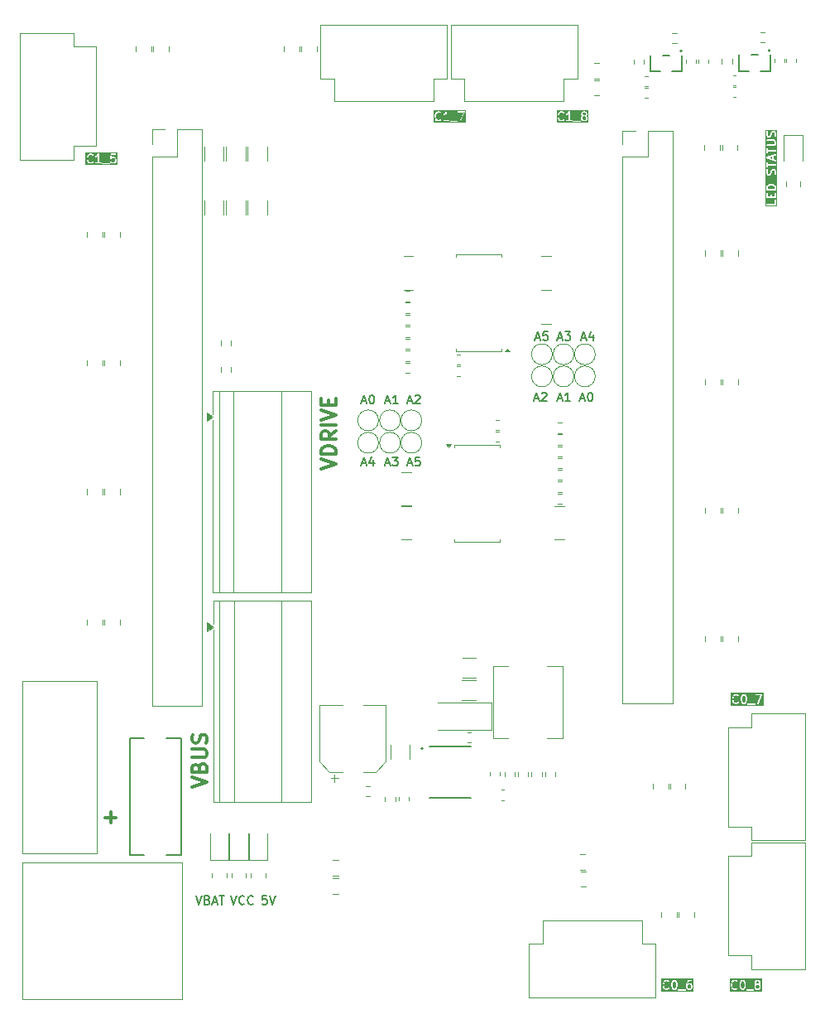
<source format=gbr>
%TF.GenerationSoftware,KiCad,Pcbnew,9.0.3*%
%TF.CreationDate,2025-07-13T22:15:26+07:00*%
%TF.ProjectId,Automative_Hexapod,4175746f-6d61-4746-9976-655f48657861,rev?*%
%TF.SameCoordinates,Original*%
%TF.FileFunction,Legend,Top*%
%TF.FilePolarity,Positive*%
%FSLAX46Y46*%
G04 Gerber Fmt 4.6, Leading zero omitted, Abs format (unit mm)*
G04 Created by KiCad (PCBNEW 9.0.3) date 2025-07-13 22:15:26*
%MOMM*%
%LPD*%
G01*
G04 APERTURE LIST*
%ADD10C,0.152400*%
%ADD11C,0.300000*%
%ADD12C,0.120000*%
%ADD13C,0.200000*%
%ADD14C,0.100000*%
G04 APERTURE END LIST*
D10*
G36*
X130645017Y-63570299D02*
G01*
X130711141Y-63603361D01*
X130774344Y-63666564D01*
X130807079Y-63764769D01*
X130807079Y-63887870D01*
X130070479Y-63887870D01*
X130070479Y-63764768D01*
X130103213Y-63666564D01*
X130166418Y-63603361D01*
X130232541Y-63570299D01*
X130384660Y-63532270D01*
X130492898Y-63532270D01*
X130645017Y-63570299D01*
G37*
G36*
X130553079Y-60810348D02*
G01*
X130235245Y-60704403D01*
X130553079Y-60598459D01*
X130553079Y-60810348D01*
G37*
G36*
X131058257Y-65663048D02*
G01*
X129819301Y-65663048D01*
X129819301Y-65473204D01*
X129919543Y-65473204D01*
X129919543Y-65502936D01*
X129930921Y-65530404D01*
X129951945Y-65551428D01*
X129979413Y-65562806D01*
X129994279Y-65564270D01*
X130883279Y-65564270D01*
X130898145Y-65562806D01*
X130925613Y-65551428D01*
X130946637Y-65530404D01*
X130958015Y-65502936D01*
X130959479Y-65488070D01*
X130959479Y-65064737D01*
X130958015Y-65049871D01*
X130946637Y-65022403D01*
X130925613Y-65001379D01*
X130898145Y-64990001D01*
X130868413Y-64990001D01*
X130840945Y-65001379D01*
X130819921Y-65022403D01*
X130808543Y-65049871D01*
X130807079Y-65064737D01*
X130807079Y-65411870D01*
X129994279Y-65411870D01*
X129979413Y-65413334D01*
X129951945Y-65424712D01*
X129930921Y-65445736D01*
X129919543Y-65473204D01*
X129819301Y-65473204D01*
X129819301Y-64345070D01*
X129918079Y-64345070D01*
X129918079Y-64768403D01*
X129919543Y-64783269D01*
X129930921Y-64810737D01*
X129951945Y-64831761D01*
X129979413Y-64843139D01*
X129994279Y-64844603D01*
X130883279Y-64844603D01*
X130898145Y-64843139D01*
X130925613Y-64831761D01*
X130946637Y-64810737D01*
X130958015Y-64783269D01*
X130959479Y-64768403D01*
X130959479Y-64345070D01*
X130958015Y-64330204D01*
X130946637Y-64302736D01*
X130925613Y-64281712D01*
X130898145Y-64270334D01*
X130868413Y-64270334D01*
X130840945Y-64281712D01*
X130819921Y-64302736D01*
X130808543Y-64330204D01*
X130807079Y-64345070D01*
X130807079Y-64692203D01*
X130493812Y-64692203D01*
X130493812Y-64472070D01*
X130492348Y-64457204D01*
X130480970Y-64429736D01*
X130459946Y-64408712D01*
X130432478Y-64397334D01*
X130402746Y-64397334D01*
X130375278Y-64408712D01*
X130354254Y-64429736D01*
X130342876Y-64457204D01*
X130341412Y-64472070D01*
X130341412Y-64692203D01*
X130070479Y-64692203D01*
X130070479Y-64345070D01*
X130069015Y-64330204D01*
X130057637Y-64302736D01*
X130036613Y-64281712D01*
X130009145Y-64270334D01*
X129979413Y-64270334D01*
X129951945Y-64281712D01*
X129930921Y-64302736D01*
X129919543Y-64330204D01*
X129918079Y-64345070D01*
X129819301Y-64345070D01*
X129819301Y-63752403D01*
X129918079Y-63752403D01*
X129918079Y-63964070D01*
X129919543Y-63978936D01*
X129930921Y-64006404D01*
X129951945Y-64027428D01*
X129979413Y-64038806D01*
X129994279Y-64040270D01*
X130883279Y-64040270D01*
X130898145Y-64038806D01*
X130925613Y-64027428D01*
X130946637Y-64006404D01*
X130958015Y-63978936D01*
X130959479Y-63964070D01*
X130959479Y-63752403D01*
X130958738Y-63744881D01*
X130958881Y-63742873D01*
X130958280Y-63740231D01*
X130958015Y-63737537D01*
X130957245Y-63735678D01*
X130955569Y-63728307D01*
X130913236Y-63601307D01*
X130907146Y-63587666D01*
X130905351Y-63585597D01*
X130904304Y-63583068D01*
X130894828Y-63571521D01*
X130810160Y-63486855D01*
X130804317Y-63482060D01*
X130802999Y-63480540D01*
X130800705Y-63479096D01*
X130798613Y-63477379D01*
X130796754Y-63476609D01*
X130790357Y-63472582D01*
X130705690Y-63430248D01*
X130704602Y-63429831D01*
X130704160Y-63429504D01*
X130697922Y-63427275D01*
X130691739Y-63424909D01*
X130691190Y-63424869D01*
X130690093Y-63424478D01*
X130520760Y-63382145D01*
X130518182Y-63381763D01*
X130517145Y-63381334D01*
X130511546Y-63380782D01*
X130505983Y-63379960D01*
X130504871Y-63380125D01*
X130502279Y-63379870D01*
X130375279Y-63379870D01*
X130372686Y-63380125D01*
X130371575Y-63379960D01*
X130366010Y-63380782D01*
X130360413Y-63381334D01*
X130359375Y-63381763D01*
X130356797Y-63382145D01*
X130187465Y-63424478D01*
X130186367Y-63424869D01*
X130185819Y-63424909D01*
X130179635Y-63427275D01*
X130173398Y-63429504D01*
X130172955Y-63429831D01*
X130171868Y-63430248D01*
X130087201Y-63472582D01*
X130080807Y-63476606D01*
X130078945Y-63477378D01*
X130076847Y-63479099D01*
X130074559Y-63480540D01*
X130073241Y-63482058D01*
X130067398Y-63486855D01*
X129982731Y-63571521D01*
X129973254Y-63583068D01*
X129972206Y-63585596D01*
X129970412Y-63587666D01*
X129964322Y-63601306D01*
X129921989Y-63728307D01*
X129920312Y-63735678D01*
X129919543Y-63737537D01*
X129919277Y-63740231D01*
X129918677Y-63742873D01*
X129918819Y-63744881D01*
X129918079Y-63752403D01*
X129819301Y-63752403D01*
X129819301Y-62059070D01*
X129918079Y-62059070D01*
X129918079Y-62270737D01*
X129919543Y-62285603D01*
X129920591Y-62288133D01*
X129920785Y-62290863D01*
X129926123Y-62304814D01*
X129968456Y-62389481D01*
X129972483Y-62395879D01*
X129973254Y-62397739D01*
X129974971Y-62399832D01*
X129976414Y-62402123D01*
X129977934Y-62403441D01*
X129982731Y-62409286D01*
X130025065Y-62451619D01*
X130030904Y-62456411D01*
X130032226Y-62457935D01*
X130034522Y-62459380D01*
X130036613Y-62461096D01*
X130038470Y-62461865D01*
X130044868Y-62465892D01*
X130129534Y-62508225D01*
X130143485Y-62513564D01*
X130146216Y-62513758D01*
X130148746Y-62514806D01*
X130163612Y-62516270D01*
X130248279Y-62516270D01*
X130263145Y-62514806D01*
X130265675Y-62513757D01*
X130268405Y-62513564D01*
X130282356Y-62508226D01*
X130367023Y-62465893D01*
X130373423Y-62461864D01*
X130375280Y-62461095D01*
X130377371Y-62459378D01*
X130379665Y-62457935D01*
X130380983Y-62456415D01*
X130386828Y-62451619D01*
X130429161Y-62409285D01*
X130433955Y-62403442D01*
X130435477Y-62402123D01*
X130436921Y-62399828D01*
X130438637Y-62397738D01*
X130439406Y-62395881D01*
X130443435Y-62389481D01*
X130485767Y-62304815D01*
X130486182Y-62303729D01*
X130486511Y-62303286D01*
X130488748Y-62297024D01*
X130491106Y-62290863D01*
X130491144Y-62290316D01*
X130491537Y-62289219D01*
X130531842Y-62128000D01*
X130564903Y-62061876D01*
X130589750Y-62037028D01*
X130647267Y-62008270D01*
X130695958Y-62008270D01*
X130753474Y-62037028D01*
X130778320Y-62061874D01*
X130807079Y-62119392D01*
X130807079Y-62300703D01*
X130768656Y-62415974D01*
X130765344Y-62430540D01*
X130767452Y-62460196D01*
X130780749Y-62486790D01*
X130803209Y-62506270D01*
X130831416Y-62515672D01*
X130861072Y-62513564D01*
X130887666Y-62500267D01*
X130907146Y-62477807D01*
X130913236Y-62464166D01*
X130955569Y-62337166D01*
X130957245Y-62329794D01*
X130958015Y-62327936D01*
X130958280Y-62325241D01*
X130958881Y-62322600D01*
X130958738Y-62320591D01*
X130959479Y-62313070D01*
X130959479Y-62101404D01*
X130958015Y-62086538D01*
X130956966Y-62084007D01*
X130956773Y-62081278D01*
X130951434Y-62067326D01*
X130909102Y-61982660D01*
X130905074Y-61976261D01*
X130904304Y-61974402D01*
X130902586Y-61972308D01*
X130901144Y-61970018D01*
X130899623Y-61968699D01*
X130894827Y-61962855D01*
X130852493Y-61920522D01*
X130846649Y-61915725D01*
X130845332Y-61914207D01*
X130843043Y-61912766D01*
X130840946Y-61911045D01*
X130839083Y-61910273D01*
X130832690Y-61906249D01*
X130748024Y-61863915D01*
X130734073Y-61858576D01*
X130731341Y-61858381D01*
X130728812Y-61857334D01*
X130713946Y-61855870D01*
X130629279Y-61855870D01*
X130614413Y-61857334D01*
X130611883Y-61858381D01*
X130609152Y-61858576D01*
X130595201Y-61863915D01*
X130510534Y-61906249D01*
X130504136Y-61910276D01*
X130502278Y-61911046D01*
X130500185Y-61912763D01*
X130497892Y-61914207D01*
X130496573Y-61915727D01*
X130490731Y-61920522D01*
X130448397Y-61962855D01*
X130443600Y-61968699D01*
X130442081Y-61970018D01*
X130440637Y-61972311D01*
X130438921Y-61974403D01*
X130438151Y-61976259D01*
X130434123Y-61982660D01*
X130391790Y-62067327D01*
X130391374Y-62068413D01*
X130391047Y-62068855D01*
X130388813Y-62075105D01*
X130386452Y-62081278D01*
X130386413Y-62081824D01*
X130386021Y-62082922D01*
X130345715Y-62244141D01*
X130312653Y-62310266D01*
X130287806Y-62335112D01*
X130230290Y-62363870D01*
X130181601Y-62363870D01*
X130124083Y-62335111D01*
X130099237Y-62310265D01*
X130070479Y-62252748D01*
X130070479Y-62071435D01*
X130108902Y-61956166D01*
X130112214Y-61941600D01*
X130110106Y-61911943D01*
X130096809Y-61885350D01*
X130074349Y-61865870D01*
X130046142Y-61856468D01*
X130016486Y-61858576D01*
X129989892Y-61871873D01*
X129970412Y-61894333D01*
X129964322Y-61907973D01*
X129921989Y-62034974D01*
X129920312Y-62042345D01*
X129919543Y-62044204D01*
X129919277Y-62046898D01*
X129918677Y-62049540D01*
X129918819Y-62051548D01*
X129918079Y-62059070D01*
X129819301Y-62059070D01*
X129819301Y-61170070D01*
X129918079Y-61170070D01*
X129918079Y-61678070D01*
X129919543Y-61692936D01*
X129930921Y-61720404D01*
X129951945Y-61741428D01*
X129979413Y-61752806D01*
X130009145Y-61752806D01*
X130036613Y-61741428D01*
X130057637Y-61720404D01*
X130069015Y-61692936D01*
X130070479Y-61678070D01*
X130070479Y-61500270D01*
X130883279Y-61500270D01*
X130898145Y-61498806D01*
X130925613Y-61487428D01*
X130946637Y-61466404D01*
X130958015Y-61438936D01*
X130958015Y-61409204D01*
X130946637Y-61381736D01*
X130925613Y-61360712D01*
X130898145Y-61349334D01*
X130883279Y-61347870D01*
X130070479Y-61347870D01*
X130070479Y-61170070D01*
X130069015Y-61155204D01*
X130057637Y-61127736D01*
X130036613Y-61106712D01*
X130009145Y-61095334D01*
X129979413Y-61095334D01*
X129951945Y-61106712D01*
X129930921Y-61127736D01*
X129919543Y-61155204D01*
X129918079Y-61170070D01*
X129819301Y-61170070D01*
X129819301Y-60694874D01*
X129918677Y-60694874D01*
X129919354Y-60704404D01*
X129918677Y-60713935D01*
X129920399Y-60719101D01*
X129920785Y-60724530D01*
X129925056Y-60733072D01*
X129928079Y-60742141D01*
X129931647Y-60746255D01*
X129934082Y-60751124D01*
X129941302Y-60757386D01*
X129947560Y-60764601D01*
X129952425Y-60767034D01*
X129956542Y-60770604D01*
X129970182Y-60776694D01*
X130859182Y-61073027D01*
X130873748Y-61076339D01*
X130903405Y-61074231D01*
X130929998Y-61060934D01*
X130949479Y-61038474D01*
X130958881Y-61010267D01*
X130956773Y-60980611D01*
X130943476Y-60954017D01*
X130921016Y-60934537D01*
X130907375Y-60928447D01*
X130705479Y-60861148D01*
X130705479Y-60547658D01*
X130907375Y-60480360D01*
X130921015Y-60474270D01*
X130943476Y-60454790D01*
X130956772Y-60428196D01*
X130958880Y-60398540D01*
X130949478Y-60370333D01*
X130929998Y-60347873D01*
X130903404Y-60334576D01*
X130873748Y-60332468D01*
X130859182Y-60335781D01*
X129970182Y-60632114D01*
X129956542Y-60638204D01*
X129952427Y-60641772D01*
X129947559Y-60644207D01*
X129941296Y-60651427D01*
X129934082Y-60657685D01*
X129931648Y-60662550D01*
X129928079Y-60666667D01*
X129925056Y-60675736D01*
X129920785Y-60684278D01*
X129920399Y-60689707D01*
X129918677Y-60694874D01*
X129819301Y-60694874D01*
X129819301Y-59730737D01*
X129918079Y-59730737D01*
X129918079Y-60238737D01*
X129919543Y-60253603D01*
X129930921Y-60281071D01*
X129951945Y-60302095D01*
X129979413Y-60313473D01*
X130009145Y-60313473D01*
X130036613Y-60302095D01*
X130057637Y-60281071D01*
X130069015Y-60253603D01*
X130070479Y-60238737D01*
X130070479Y-60060937D01*
X130883279Y-60060937D01*
X130898145Y-60059473D01*
X130925613Y-60048095D01*
X130946637Y-60027071D01*
X130958015Y-59999603D01*
X130958015Y-59969871D01*
X130946637Y-59942403D01*
X130925613Y-59921379D01*
X130898145Y-59910001D01*
X130883279Y-59908537D01*
X130070479Y-59908537D01*
X130070479Y-59730737D01*
X130069015Y-59715871D01*
X130057637Y-59688403D01*
X130036613Y-59667379D01*
X130009145Y-59656001D01*
X129979413Y-59656001D01*
X129951945Y-59667379D01*
X129930921Y-59688403D01*
X129919543Y-59715871D01*
X129918079Y-59730737D01*
X129819301Y-59730737D01*
X129819301Y-58911538D01*
X129919543Y-58911538D01*
X129919543Y-58941270D01*
X129930921Y-58968738D01*
X129951945Y-58989762D01*
X129979413Y-59001140D01*
X129994279Y-59002604D01*
X130695958Y-59002604D01*
X130753472Y-59031361D01*
X130778321Y-59056209D01*
X130807079Y-59113725D01*
X130807079Y-59247082D01*
X130778321Y-59304598D01*
X130753472Y-59329446D01*
X130695958Y-59358204D01*
X129994279Y-59358204D01*
X129979413Y-59359668D01*
X129951945Y-59371046D01*
X129930921Y-59392070D01*
X129919543Y-59419538D01*
X129919543Y-59449270D01*
X129930921Y-59476738D01*
X129951945Y-59497762D01*
X129979413Y-59509140D01*
X129994279Y-59510604D01*
X130713946Y-59510604D01*
X130728812Y-59509140D01*
X130731342Y-59508091D01*
X130734072Y-59507898D01*
X130748024Y-59502559D01*
X130832689Y-59460227D01*
X130839089Y-59456198D01*
X130840946Y-59455429D01*
X130843037Y-59453712D01*
X130845331Y-59452269D01*
X130846649Y-59450749D01*
X130852494Y-59445953D01*
X130894827Y-59403619D01*
X130899621Y-59397777D01*
X130901144Y-59396457D01*
X130902587Y-59394162D01*
X130904304Y-59392072D01*
X130905073Y-59390213D01*
X130909101Y-59383815D01*
X130951434Y-59299149D01*
X130956773Y-59285198D01*
X130956967Y-59282466D01*
X130958015Y-59279937D01*
X130959479Y-59265071D01*
X130959479Y-59095737D01*
X130958015Y-59080871D01*
X130956967Y-59078341D01*
X130956773Y-59075610D01*
X130951434Y-59061659D01*
X130909101Y-58976993D01*
X130905073Y-58970594D01*
X130904304Y-58968736D01*
X130902587Y-58966645D01*
X130901144Y-58964351D01*
X130899621Y-58963030D01*
X130894827Y-58957189D01*
X130852494Y-58914855D01*
X130846649Y-58910058D01*
X130845331Y-58908539D01*
X130843037Y-58907095D01*
X130840946Y-58905379D01*
X130839089Y-58904609D01*
X130832689Y-58900581D01*
X130748024Y-58858249D01*
X130734072Y-58852910D01*
X130731342Y-58852716D01*
X130728812Y-58851668D01*
X130713946Y-58850204D01*
X129994279Y-58850204D01*
X129979413Y-58851668D01*
X129951945Y-58863046D01*
X129930921Y-58884070D01*
X129919543Y-58911538D01*
X129819301Y-58911538D01*
X129819301Y-58164404D01*
X129918079Y-58164404D01*
X129918079Y-58376071D01*
X129919543Y-58390937D01*
X129920591Y-58393467D01*
X129920785Y-58396197D01*
X129926123Y-58410148D01*
X129968456Y-58494815D01*
X129972483Y-58501213D01*
X129973254Y-58503073D01*
X129974971Y-58505166D01*
X129976414Y-58507457D01*
X129977934Y-58508775D01*
X129982731Y-58514620D01*
X130025065Y-58556953D01*
X130030904Y-58561745D01*
X130032226Y-58563269D01*
X130034522Y-58564714D01*
X130036613Y-58566430D01*
X130038470Y-58567199D01*
X130044868Y-58571226D01*
X130129534Y-58613559D01*
X130143485Y-58618898D01*
X130146216Y-58619092D01*
X130148746Y-58620140D01*
X130163612Y-58621604D01*
X130248279Y-58621604D01*
X130263145Y-58620140D01*
X130265675Y-58619091D01*
X130268405Y-58618898D01*
X130282356Y-58613560D01*
X130367023Y-58571227D01*
X130373423Y-58567198D01*
X130375280Y-58566429D01*
X130377371Y-58564712D01*
X130379665Y-58563269D01*
X130380983Y-58561749D01*
X130386828Y-58556953D01*
X130429161Y-58514619D01*
X130433955Y-58508776D01*
X130435477Y-58507457D01*
X130436921Y-58505162D01*
X130438637Y-58503072D01*
X130439406Y-58501215D01*
X130443435Y-58494815D01*
X130485767Y-58410149D01*
X130486182Y-58409063D01*
X130486511Y-58408620D01*
X130488748Y-58402358D01*
X130491106Y-58396197D01*
X130491144Y-58395650D01*
X130491537Y-58394553D01*
X130531842Y-58233334D01*
X130564903Y-58167210D01*
X130589750Y-58142362D01*
X130647267Y-58113604D01*
X130695958Y-58113604D01*
X130753474Y-58142362D01*
X130778320Y-58167208D01*
X130807079Y-58224726D01*
X130807079Y-58406037D01*
X130768656Y-58521308D01*
X130765344Y-58535874D01*
X130767452Y-58565530D01*
X130780749Y-58592124D01*
X130803209Y-58611604D01*
X130831416Y-58621006D01*
X130861072Y-58618898D01*
X130887666Y-58605601D01*
X130907146Y-58583141D01*
X130913236Y-58569500D01*
X130955569Y-58442500D01*
X130957245Y-58435128D01*
X130958015Y-58433270D01*
X130958280Y-58430575D01*
X130958881Y-58427934D01*
X130958738Y-58425925D01*
X130959479Y-58418404D01*
X130959479Y-58206738D01*
X130958015Y-58191872D01*
X130956966Y-58189341D01*
X130956773Y-58186612D01*
X130951434Y-58172660D01*
X130909102Y-58087994D01*
X130905074Y-58081595D01*
X130904304Y-58079736D01*
X130902586Y-58077642D01*
X130901144Y-58075352D01*
X130899623Y-58074033D01*
X130894827Y-58068189D01*
X130852493Y-58025856D01*
X130846649Y-58021059D01*
X130845332Y-58019541D01*
X130843043Y-58018100D01*
X130840946Y-58016379D01*
X130839083Y-58015607D01*
X130832690Y-58011583D01*
X130748024Y-57969249D01*
X130734073Y-57963910D01*
X130731341Y-57963715D01*
X130728812Y-57962668D01*
X130713946Y-57961204D01*
X130629279Y-57961204D01*
X130614413Y-57962668D01*
X130611883Y-57963715D01*
X130609152Y-57963910D01*
X130595201Y-57969249D01*
X130510534Y-58011583D01*
X130504136Y-58015610D01*
X130502278Y-58016380D01*
X130500185Y-58018097D01*
X130497892Y-58019541D01*
X130496573Y-58021061D01*
X130490731Y-58025856D01*
X130448397Y-58068189D01*
X130443600Y-58074033D01*
X130442081Y-58075352D01*
X130440637Y-58077645D01*
X130438921Y-58079737D01*
X130438151Y-58081593D01*
X130434123Y-58087994D01*
X130391790Y-58172661D01*
X130391374Y-58173747D01*
X130391047Y-58174189D01*
X130388813Y-58180439D01*
X130386452Y-58186612D01*
X130386413Y-58187158D01*
X130386021Y-58188256D01*
X130345715Y-58349475D01*
X130312653Y-58415600D01*
X130287806Y-58440446D01*
X130230290Y-58469204D01*
X130181601Y-58469204D01*
X130124083Y-58440445D01*
X130099237Y-58415599D01*
X130070479Y-58358082D01*
X130070479Y-58176769D01*
X130108902Y-58061500D01*
X130112214Y-58046934D01*
X130110106Y-58017277D01*
X130096809Y-57990684D01*
X130074349Y-57971204D01*
X130046142Y-57961802D01*
X130016486Y-57963910D01*
X129989892Y-57977207D01*
X129970412Y-57999667D01*
X129964322Y-58013307D01*
X129921989Y-58140308D01*
X129920312Y-58147679D01*
X129919543Y-58149538D01*
X129919277Y-58152232D01*
X129918677Y-58154874D01*
X129918819Y-58156882D01*
X129918079Y-58164404D01*
X129819301Y-58164404D01*
X129819301Y-57862426D01*
X131058257Y-57862426D01*
X131058257Y-65663048D01*
G37*
G36*
X120620457Y-144895237D02*
G01*
X120645304Y-144920083D01*
X120678366Y-144986207D01*
X120716396Y-145138326D01*
X120716396Y-145331231D01*
X120678366Y-145483350D01*
X120645304Y-145549474D01*
X120620457Y-145574320D01*
X120562940Y-145603079D01*
X120514252Y-145603079D01*
X120456733Y-145574320D01*
X120431887Y-145549474D01*
X120398825Y-145483350D01*
X120360796Y-145331231D01*
X120360796Y-145138326D01*
X120398825Y-144986207D01*
X120431887Y-144920083D01*
X120456733Y-144895237D01*
X120514252Y-144866479D01*
X120562940Y-144866479D01*
X120620457Y-144895237D01*
G37*
G36*
X122186791Y-145233904D02*
G01*
X122211637Y-145258749D01*
X122240396Y-145316267D01*
X122240396Y-145491957D01*
X122211638Y-145549473D01*
X122186789Y-145574321D01*
X122129275Y-145603079D01*
X121995918Y-145603079D01*
X121938401Y-145574321D01*
X121913553Y-145549472D01*
X121884796Y-145491958D01*
X121884796Y-145316267D01*
X121913554Y-145258750D01*
X121938400Y-145233904D01*
X121995918Y-145205146D01*
X122129275Y-145205146D01*
X122186791Y-145233904D01*
G37*
G36*
X122491574Y-145938924D02*
G01*
X119220618Y-145938924D01*
X119220618Y-145171279D01*
X119319396Y-145171279D01*
X119319396Y-145298279D01*
X119319651Y-145300871D01*
X119319486Y-145301983D01*
X119320308Y-145307546D01*
X119320860Y-145313145D01*
X119321289Y-145314182D01*
X119321671Y-145316760D01*
X119364004Y-145486093D01*
X119364395Y-145487190D01*
X119364435Y-145487739D01*
X119366801Y-145493922D01*
X119369030Y-145500160D01*
X119369357Y-145500602D01*
X119369774Y-145501690D01*
X119412108Y-145586357D01*
X119416135Y-145592754D01*
X119416905Y-145594613D01*
X119418622Y-145596705D01*
X119420066Y-145598999D01*
X119421586Y-145600317D01*
X119426381Y-145606160D01*
X119511047Y-145690828D01*
X119522594Y-145700304D01*
X119525123Y-145701351D01*
X119527192Y-145703146D01*
X119540833Y-145709236D01*
X119667833Y-145751569D01*
X119675204Y-145753245D01*
X119677063Y-145754015D01*
X119679757Y-145754280D01*
X119682399Y-145754881D01*
X119684407Y-145754738D01*
X119691929Y-145755479D01*
X119776596Y-145755479D01*
X119784117Y-145754738D01*
X119786126Y-145754881D01*
X119788767Y-145754280D01*
X119791462Y-145754015D01*
X119793320Y-145753245D01*
X119800692Y-145751569D01*
X119927693Y-145709236D01*
X119941333Y-145703146D01*
X119943402Y-145701351D01*
X119945931Y-145700304D01*
X119957478Y-145690827D01*
X119999811Y-145648493D01*
X120009288Y-145636945D01*
X120020665Y-145609477D01*
X120020665Y-145579745D01*
X120009287Y-145552276D01*
X119988263Y-145531253D01*
X119960795Y-145519876D01*
X119931062Y-145519876D01*
X119903594Y-145531254D01*
X119892047Y-145540731D01*
X119862434Y-145570344D01*
X119764230Y-145603079D01*
X119704296Y-145603079D01*
X119606090Y-145570344D01*
X119542887Y-145507141D01*
X119509825Y-145441017D01*
X119471796Y-145288898D01*
X119471796Y-145180660D01*
X119484724Y-145128946D01*
X120208396Y-145128946D01*
X120208396Y-145340612D01*
X120208651Y-145343204D01*
X120208486Y-145344316D01*
X120209308Y-145349879D01*
X120209860Y-145355478D01*
X120210289Y-145356515D01*
X120210671Y-145359093D01*
X120253004Y-145528427D01*
X120253395Y-145529524D01*
X120253435Y-145530073D01*
X120255801Y-145536256D01*
X120258030Y-145542494D01*
X120258357Y-145542936D01*
X120258774Y-145544024D01*
X120301108Y-145628690D01*
X120305132Y-145635083D01*
X120305904Y-145636946D01*
X120307625Y-145639043D01*
X120309066Y-145641332D01*
X120310584Y-145642649D01*
X120315381Y-145648493D01*
X120357714Y-145690827D01*
X120363558Y-145695623D01*
X120364877Y-145697144D01*
X120367167Y-145698586D01*
X120369261Y-145700304D01*
X120371120Y-145701074D01*
X120377519Y-145705102D01*
X120462185Y-145747434D01*
X120476137Y-145752773D01*
X120478866Y-145752966D01*
X120481397Y-145754015D01*
X120496263Y-145755479D01*
X120580929Y-145755479D01*
X120595795Y-145754015D01*
X120598325Y-145752966D01*
X120601055Y-145752773D01*
X120610707Y-145749080D01*
X120887194Y-145749080D01*
X120887194Y-145778812D01*
X120898572Y-145806280D01*
X120919596Y-145827304D01*
X120947064Y-145838682D01*
X120961930Y-145840146D01*
X121639263Y-145840146D01*
X121654129Y-145838682D01*
X121681597Y-145827304D01*
X121702621Y-145806280D01*
X121713999Y-145778812D01*
X121713999Y-145749080D01*
X121702621Y-145721612D01*
X121681597Y-145700588D01*
X121654129Y-145689210D01*
X121639263Y-145687746D01*
X120961930Y-145687746D01*
X120947064Y-145689210D01*
X120919596Y-145700588D01*
X120898572Y-145721612D01*
X120887194Y-145749080D01*
X120610707Y-145749080D01*
X120615006Y-145747435D01*
X120699673Y-145705102D01*
X120706071Y-145701074D01*
X120707931Y-145700304D01*
X120710024Y-145698586D01*
X120712315Y-145697144D01*
X120713633Y-145695623D01*
X120719478Y-145690827D01*
X120761811Y-145648493D01*
X120766605Y-145642650D01*
X120768126Y-145641332D01*
X120769569Y-145639039D01*
X120771288Y-145636945D01*
X120772058Y-145635085D01*
X120776084Y-145628690D01*
X120818418Y-145544024D01*
X120818834Y-145542936D01*
X120819162Y-145542494D01*
X120821390Y-145536256D01*
X120823757Y-145530073D01*
X120823796Y-145529524D01*
X120824188Y-145528427D01*
X120866521Y-145359093D01*
X120866902Y-145356515D01*
X120867332Y-145355478D01*
X120867883Y-145349879D01*
X120868706Y-145344316D01*
X120868540Y-145343204D01*
X120868796Y-145340612D01*
X120868796Y-145171279D01*
X121732396Y-145171279D01*
X121732396Y-145509946D01*
X121733860Y-145524812D01*
X121734908Y-145527342D01*
X121735102Y-145530072D01*
X121740441Y-145544024D01*
X121782773Y-145628689D01*
X121786801Y-145635089D01*
X121787571Y-145636946D01*
X121789287Y-145639037D01*
X121790731Y-145641331D01*
X121792250Y-145642649D01*
X121797047Y-145648494D01*
X121839381Y-145690827D01*
X121845222Y-145695621D01*
X121846543Y-145697144D01*
X121848837Y-145698587D01*
X121850928Y-145700304D01*
X121852786Y-145701073D01*
X121859185Y-145705101D01*
X121943851Y-145747434D01*
X121957802Y-145752773D01*
X121960533Y-145752967D01*
X121963063Y-145754015D01*
X121977929Y-145755479D01*
X122147263Y-145755479D01*
X122162129Y-145754015D01*
X122164659Y-145752966D01*
X122167389Y-145752773D01*
X122181341Y-145747434D01*
X122266006Y-145705102D01*
X122272406Y-145701073D01*
X122274263Y-145700304D01*
X122276354Y-145698587D01*
X122278648Y-145697144D01*
X122279966Y-145695624D01*
X122285811Y-145690828D01*
X122328144Y-145648494D01*
X122332938Y-145642652D01*
X122334461Y-145641332D01*
X122335904Y-145639037D01*
X122337621Y-145636947D01*
X122338390Y-145635088D01*
X122342418Y-145628690D01*
X122384751Y-145544024D01*
X122390090Y-145530073D01*
X122390284Y-145527341D01*
X122391332Y-145524812D01*
X122392796Y-145509946D01*
X122392796Y-145298279D01*
X122391332Y-145283413D01*
X122390283Y-145280882D01*
X122390090Y-145278153D01*
X122384751Y-145264201D01*
X122342419Y-145179535D01*
X122338391Y-145173136D01*
X122337621Y-145171277D01*
X122335903Y-145169183D01*
X122334461Y-145166893D01*
X122332940Y-145165574D01*
X122328144Y-145159730D01*
X122285810Y-145117397D01*
X122279965Y-145112600D01*
X122278648Y-145111081D01*
X122276358Y-145109639D01*
X122274263Y-145107920D01*
X122272402Y-145107149D01*
X122266006Y-145103123D01*
X122181341Y-145060791D01*
X122167389Y-145055452D01*
X122164659Y-145055258D01*
X122162129Y-145054210D01*
X122147263Y-145052746D01*
X121977929Y-145052746D01*
X121963063Y-145054210D01*
X121960533Y-145055257D01*
X121957802Y-145055452D01*
X121943851Y-145060791D01*
X121910607Y-145077412D01*
X121921653Y-145033230D01*
X121994812Y-144923492D01*
X122023066Y-144895237D01*
X122080585Y-144866479D01*
X122231929Y-144866479D01*
X122246795Y-144865015D01*
X122274263Y-144853637D01*
X122295287Y-144832613D01*
X122306665Y-144805145D01*
X122306665Y-144775413D01*
X122295287Y-144747945D01*
X122274263Y-144726921D01*
X122246795Y-144715543D01*
X122231929Y-144714079D01*
X122062596Y-144714079D01*
X122047730Y-144715543D01*
X122045199Y-144716591D01*
X122042470Y-144716785D01*
X122028518Y-144722124D01*
X121943852Y-144764456D01*
X121937453Y-144768483D01*
X121935594Y-144769254D01*
X121933500Y-144770971D01*
X121931210Y-144772414D01*
X121929891Y-144773934D01*
X121924047Y-144778731D01*
X121881714Y-144821065D01*
X121881680Y-144821106D01*
X121881658Y-144821121D01*
X121877178Y-144826591D01*
X121872237Y-144832612D01*
X121872225Y-144832639D01*
X121872194Y-144832678D01*
X121787527Y-144959678D01*
X121783151Y-144967884D01*
X121782030Y-144969398D01*
X121781391Y-144971185D01*
X121780499Y-144972859D01*
X121780133Y-144974705D01*
X121777004Y-144983465D01*
X121734671Y-145152798D01*
X121734289Y-145155375D01*
X121733860Y-145156413D01*
X121733308Y-145162011D01*
X121732486Y-145167575D01*
X121732651Y-145168686D01*
X121732396Y-145171279D01*
X120868796Y-145171279D01*
X120868796Y-145128946D01*
X120868540Y-145126353D01*
X120868706Y-145125242D01*
X120867883Y-145119678D01*
X120867332Y-145114080D01*
X120866902Y-145113042D01*
X120866521Y-145110465D01*
X120824188Y-144941131D01*
X120823796Y-144940033D01*
X120823757Y-144939485D01*
X120821390Y-144933301D01*
X120819162Y-144927064D01*
X120818834Y-144926621D01*
X120818418Y-144925534D01*
X120776084Y-144840868D01*
X120772058Y-144834472D01*
X120771288Y-144832613D01*
X120769569Y-144830518D01*
X120768126Y-144828226D01*
X120766605Y-144826907D01*
X120761811Y-144821065D01*
X120719478Y-144778731D01*
X120713633Y-144773934D01*
X120712315Y-144772414D01*
X120710024Y-144770971D01*
X120707931Y-144769254D01*
X120706071Y-144768483D01*
X120699673Y-144764456D01*
X120615006Y-144722123D01*
X120601055Y-144716785D01*
X120598325Y-144716591D01*
X120595795Y-144715543D01*
X120580929Y-144714079D01*
X120496263Y-144714079D01*
X120481397Y-144715543D01*
X120478866Y-144716591D01*
X120476137Y-144716785D01*
X120462185Y-144722124D01*
X120377519Y-144764456D01*
X120371120Y-144768483D01*
X120369261Y-144769254D01*
X120367167Y-144770971D01*
X120364877Y-144772414D01*
X120363558Y-144773934D01*
X120357714Y-144778731D01*
X120315381Y-144821065D01*
X120310584Y-144826908D01*
X120309066Y-144828226D01*
X120307625Y-144830514D01*
X120305904Y-144832612D01*
X120305132Y-144834474D01*
X120301108Y-144840868D01*
X120258774Y-144925534D01*
X120258357Y-144926621D01*
X120258030Y-144927064D01*
X120255801Y-144933301D01*
X120253435Y-144939485D01*
X120253395Y-144940033D01*
X120253004Y-144941131D01*
X120210671Y-145110465D01*
X120210289Y-145113042D01*
X120209860Y-145114080D01*
X120209308Y-145119678D01*
X120208486Y-145125242D01*
X120208651Y-145126353D01*
X120208396Y-145128946D01*
X119484724Y-145128946D01*
X119509825Y-145028540D01*
X119542887Y-144962416D01*
X119606090Y-144899213D01*
X119704296Y-144866479D01*
X119764230Y-144866479D01*
X119862434Y-144899213D01*
X119892047Y-144928827D01*
X119903594Y-144938304D01*
X119931062Y-144949682D01*
X119960795Y-144949682D01*
X119988263Y-144938305D01*
X120009287Y-144917282D01*
X120020665Y-144889813D01*
X120020665Y-144860081D01*
X120009288Y-144832613D01*
X119999811Y-144821065D01*
X119957478Y-144778731D01*
X119945931Y-144769254D01*
X119943402Y-144768206D01*
X119941333Y-144766412D01*
X119927693Y-144760322D01*
X119800692Y-144717989D01*
X119793320Y-144716312D01*
X119791462Y-144715543D01*
X119788767Y-144715277D01*
X119786126Y-144714677D01*
X119784117Y-144714819D01*
X119776596Y-144714079D01*
X119691929Y-144714079D01*
X119684407Y-144714819D01*
X119682399Y-144714677D01*
X119679757Y-144715277D01*
X119677063Y-144715543D01*
X119675204Y-144716312D01*
X119667833Y-144717989D01*
X119540833Y-144760322D01*
X119527192Y-144766412D01*
X119525123Y-144768206D01*
X119522594Y-144769254D01*
X119511047Y-144778730D01*
X119426381Y-144863398D01*
X119421586Y-144869240D01*
X119420066Y-144870559D01*
X119418622Y-144872852D01*
X119416905Y-144874945D01*
X119416135Y-144876803D01*
X119412108Y-144883201D01*
X119369774Y-144967868D01*
X119369357Y-144968955D01*
X119369030Y-144969398D01*
X119366801Y-144975635D01*
X119364435Y-144981819D01*
X119364395Y-144982367D01*
X119364004Y-144983465D01*
X119321671Y-145152798D01*
X119321289Y-145155375D01*
X119320860Y-145156413D01*
X119320308Y-145162011D01*
X119319486Y-145167575D01*
X119319651Y-145168686D01*
X119319396Y-145171279D01*
X119220618Y-145171279D01*
X119220618Y-144615301D01*
X122491574Y-144615301D01*
X122491574Y-145938924D01*
G37*
G36*
X127605457Y-144895237D02*
G01*
X127630304Y-144920083D01*
X127663366Y-144986207D01*
X127701396Y-145138326D01*
X127701396Y-145331231D01*
X127663366Y-145483350D01*
X127630304Y-145549474D01*
X127605457Y-145574320D01*
X127547940Y-145603079D01*
X127499252Y-145603079D01*
X127441733Y-145574320D01*
X127416887Y-145549474D01*
X127383825Y-145483350D01*
X127345796Y-145331231D01*
X127345796Y-145138326D01*
X127383825Y-144986207D01*
X127416887Y-144920083D01*
X127441733Y-144895237D01*
X127499252Y-144866479D01*
X127547940Y-144866479D01*
X127605457Y-144895237D01*
G37*
G36*
X129171789Y-145276236D02*
G01*
X129196638Y-145301084D01*
X129225396Y-145358600D01*
X129225396Y-145491957D01*
X129196638Y-145549473D01*
X129171789Y-145574321D01*
X129114275Y-145603079D01*
X128980918Y-145603079D01*
X128923401Y-145574321D01*
X128898553Y-145549472D01*
X128869796Y-145491958D01*
X128869796Y-145358600D01*
X128898553Y-145301085D01*
X128923401Y-145276236D01*
X128980918Y-145247479D01*
X129114275Y-145247479D01*
X129171789Y-145276236D01*
G37*
G36*
X129171789Y-144895236D02*
G01*
X129196638Y-144920084D01*
X129225396Y-144977600D01*
X129225396Y-144983957D01*
X129196638Y-145041473D01*
X129171789Y-145066321D01*
X129114275Y-145095079D01*
X128980918Y-145095079D01*
X128923401Y-145066321D01*
X128898553Y-145041472D01*
X128869796Y-144983958D01*
X128869796Y-144977600D01*
X128898553Y-144920085D01*
X128923401Y-144895236D01*
X128980918Y-144866479D01*
X129114275Y-144866479D01*
X129171789Y-144895236D01*
G37*
G36*
X129476574Y-145938924D02*
G01*
X126205618Y-145938924D01*
X126205618Y-145171279D01*
X126304396Y-145171279D01*
X126304396Y-145298279D01*
X126304651Y-145300871D01*
X126304486Y-145301983D01*
X126305308Y-145307546D01*
X126305860Y-145313145D01*
X126306289Y-145314182D01*
X126306671Y-145316760D01*
X126349004Y-145486093D01*
X126349395Y-145487190D01*
X126349435Y-145487739D01*
X126351801Y-145493922D01*
X126354030Y-145500160D01*
X126354357Y-145500602D01*
X126354774Y-145501690D01*
X126397108Y-145586357D01*
X126401135Y-145592754D01*
X126401905Y-145594613D01*
X126403622Y-145596705D01*
X126405066Y-145598999D01*
X126406586Y-145600317D01*
X126411381Y-145606160D01*
X126496047Y-145690828D01*
X126507594Y-145700304D01*
X126510123Y-145701351D01*
X126512192Y-145703146D01*
X126525833Y-145709236D01*
X126652833Y-145751569D01*
X126660204Y-145753245D01*
X126662063Y-145754015D01*
X126664757Y-145754280D01*
X126667399Y-145754881D01*
X126669407Y-145754738D01*
X126676929Y-145755479D01*
X126761596Y-145755479D01*
X126769117Y-145754738D01*
X126771126Y-145754881D01*
X126773767Y-145754280D01*
X126776462Y-145754015D01*
X126778320Y-145753245D01*
X126785692Y-145751569D01*
X126912693Y-145709236D01*
X126926333Y-145703146D01*
X126928402Y-145701351D01*
X126930931Y-145700304D01*
X126942478Y-145690827D01*
X126984811Y-145648493D01*
X126994288Y-145636945D01*
X127005665Y-145609477D01*
X127005665Y-145579745D01*
X126994287Y-145552276D01*
X126973263Y-145531253D01*
X126945795Y-145519876D01*
X126916062Y-145519876D01*
X126888594Y-145531254D01*
X126877047Y-145540731D01*
X126847434Y-145570344D01*
X126749230Y-145603079D01*
X126689296Y-145603079D01*
X126591090Y-145570344D01*
X126527887Y-145507141D01*
X126494825Y-145441017D01*
X126456796Y-145288898D01*
X126456796Y-145180660D01*
X126469724Y-145128946D01*
X127193396Y-145128946D01*
X127193396Y-145340612D01*
X127193651Y-145343204D01*
X127193486Y-145344316D01*
X127194308Y-145349879D01*
X127194860Y-145355478D01*
X127195289Y-145356515D01*
X127195671Y-145359093D01*
X127238004Y-145528427D01*
X127238395Y-145529524D01*
X127238435Y-145530073D01*
X127240801Y-145536256D01*
X127243030Y-145542494D01*
X127243357Y-145542936D01*
X127243774Y-145544024D01*
X127286108Y-145628690D01*
X127290132Y-145635083D01*
X127290904Y-145636946D01*
X127292625Y-145639043D01*
X127294066Y-145641332D01*
X127295584Y-145642649D01*
X127300381Y-145648493D01*
X127342714Y-145690827D01*
X127348558Y-145695623D01*
X127349877Y-145697144D01*
X127352167Y-145698586D01*
X127354261Y-145700304D01*
X127356120Y-145701074D01*
X127362519Y-145705102D01*
X127447185Y-145747434D01*
X127461137Y-145752773D01*
X127463866Y-145752966D01*
X127466397Y-145754015D01*
X127481263Y-145755479D01*
X127565929Y-145755479D01*
X127580795Y-145754015D01*
X127583325Y-145752966D01*
X127586055Y-145752773D01*
X127595707Y-145749080D01*
X127872194Y-145749080D01*
X127872194Y-145778812D01*
X127883572Y-145806280D01*
X127904596Y-145827304D01*
X127932064Y-145838682D01*
X127946930Y-145840146D01*
X128624263Y-145840146D01*
X128639129Y-145838682D01*
X128666597Y-145827304D01*
X128687621Y-145806280D01*
X128698999Y-145778812D01*
X128698999Y-145749080D01*
X128687621Y-145721612D01*
X128666597Y-145700588D01*
X128639129Y-145689210D01*
X128624263Y-145687746D01*
X127946930Y-145687746D01*
X127932064Y-145689210D01*
X127904596Y-145700588D01*
X127883572Y-145721612D01*
X127872194Y-145749080D01*
X127595707Y-145749080D01*
X127600006Y-145747435D01*
X127684673Y-145705102D01*
X127691071Y-145701074D01*
X127692931Y-145700304D01*
X127695024Y-145698586D01*
X127697315Y-145697144D01*
X127698633Y-145695623D01*
X127704478Y-145690827D01*
X127746811Y-145648493D01*
X127751605Y-145642650D01*
X127753126Y-145641332D01*
X127754569Y-145639039D01*
X127756288Y-145636945D01*
X127757058Y-145635085D01*
X127761084Y-145628690D01*
X127803418Y-145544024D01*
X127803834Y-145542936D01*
X127804162Y-145542494D01*
X127806390Y-145536256D01*
X127808757Y-145530073D01*
X127808796Y-145529524D01*
X127809188Y-145528427D01*
X127851521Y-145359093D01*
X127851902Y-145356515D01*
X127852332Y-145355478D01*
X127852883Y-145349879D01*
X127853706Y-145344316D01*
X127853540Y-145343204D01*
X127853796Y-145340612D01*
X127853796Y-145128946D01*
X127853540Y-145126353D01*
X127853706Y-145125242D01*
X127852883Y-145119678D01*
X127852332Y-145114080D01*
X127851902Y-145113042D01*
X127851521Y-145110465D01*
X127813808Y-144959612D01*
X128717396Y-144959612D01*
X128717396Y-145001946D01*
X128718860Y-145016812D01*
X128719908Y-145019342D01*
X128720102Y-145022072D01*
X128725441Y-145036024D01*
X128767773Y-145120689D01*
X128771801Y-145127089D01*
X128772571Y-145128946D01*
X128774287Y-145131037D01*
X128775731Y-145133331D01*
X128777250Y-145134649D01*
X128782047Y-145140494D01*
X128812832Y-145171279D01*
X128782047Y-145202064D01*
X128777250Y-145207908D01*
X128775731Y-145209227D01*
X128774287Y-145211520D01*
X128772571Y-145213612D01*
X128771801Y-145215468D01*
X128767773Y-145221869D01*
X128725441Y-145306534D01*
X128720102Y-145320486D01*
X128719908Y-145323215D01*
X128718860Y-145325746D01*
X128717396Y-145340612D01*
X128717396Y-145509946D01*
X128718860Y-145524812D01*
X128719908Y-145527342D01*
X128720102Y-145530072D01*
X128725441Y-145544024D01*
X128767773Y-145628689D01*
X128771801Y-145635089D01*
X128772571Y-145636946D01*
X128774287Y-145639037D01*
X128775731Y-145641331D01*
X128777250Y-145642649D01*
X128782047Y-145648494D01*
X128824381Y-145690827D01*
X128830222Y-145695621D01*
X128831543Y-145697144D01*
X128833837Y-145698587D01*
X128835928Y-145700304D01*
X128837786Y-145701073D01*
X128844185Y-145705101D01*
X128928851Y-145747434D01*
X128942802Y-145752773D01*
X128945533Y-145752967D01*
X128948063Y-145754015D01*
X128962929Y-145755479D01*
X129132263Y-145755479D01*
X129147129Y-145754015D01*
X129149659Y-145752966D01*
X129152389Y-145752773D01*
X129166341Y-145747434D01*
X129251006Y-145705102D01*
X129257406Y-145701073D01*
X129259263Y-145700304D01*
X129261354Y-145698587D01*
X129263648Y-145697144D01*
X129264966Y-145695624D01*
X129270811Y-145690828D01*
X129313144Y-145648494D01*
X129317938Y-145642652D01*
X129319461Y-145641332D01*
X129320904Y-145639037D01*
X129322621Y-145636947D01*
X129323390Y-145635088D01*
X129327418Y-145628690D01*
X129369751Y-145544024D01*
X129375090Y-145530073D01*
X129375284Y-145527341D01*
X129376332Y-145524812D01*
X129377796Y-145509946D01*
X129377796Y-145340612D01*
X129376332Y-145325746D01*
X129375284Y-145323216D01*
X129375090Y-145320485D01*
X129369751Y-145306534D01*
X129327418Y-145221868D01*
X129323390Y-145215469D01*
X129322621Y-145213611D01*
X129320904Y-145211520D01*
X129319461Y-145209226D01*
X129317938Y-145207905D01*
X129313144Y-145202064D01*
X129282359Y-145171279D01*
X129313144Y-145140494D01*
X129317938Y-145134652D01*
X129319461Y-145133332D01*
X129320904Y-145131037D01*
X129322621Y-145128947D01*
X129323390Y-145127088D01*
X129327418Y-145120690D01*
X129369751Y-145036024D01*
X129375090Y-145022073D01*
X129375284Y-145019341D01*
X129376332Y-145016812D01*
X129377796Y-145001946D01*
X129377796Y-144959612D01*
X129376332Y-144944746D01*
X129375284Y-144942216D01*
X129375090Y-144939485D01*
X129369751Y-144925534D01*
X129327418Y-144840868D01*
X129323390Y-144834469D01*
X129322621Y-144832611D01*
X129320904Y-144830520D01*
X129319461Y-144828226D01*
X129317938Y-144826905D01*
X129313144Y-144821064D01*
X129270811Y-144778730D01*
X129264966Y-144773933D01*
X129263648Y-144772414D01*
X129261354Y-144770970D01*
X129259263Y-144769254D01*
X129257406Y-144768484D01*
X129251006Y-144764456D01*
X129166341Y-144722124D01*
X129152389Y-144716785D01*
X129149659Y-144716591D01*
X129147129Y-144715543D01*
X129132263Y-144714079D01*
X128962929Y-144714079D01*
X128948063Y-144715543D01*
X128945533Y-144716590D01*
X128942802Y-144716785D01*
X128928851Y-144722124D01*
X128844185Y-144764457D01*
X128837786Y-144768484D01*
X128835928Y-144769254D01*
X128833837Y-144770970D01*
X128831543Y-144772414D01*
X128830222Y-144773936D01*
X128824381Y-144778731D01*
X128782047Y-144821064D01*
X128777250Y-144826908D01*
X128775731Y-144828227D01*
X128774287Y-144830520D01*
X128772571Y-144832612D01*
X128771801Y-144834468D01*
X128767773Y-144840869D01*
X128725441Y-144925534D01*
X128720102Y-144939486D01*
X128719908Y-144942215D01*
X128718860Y-144944746D01*
X128717396Y-144959612D01*
X127813808Y-144959612D01*
X127809188Y-144941131D01*
X127808796Y-144940033D01*
X127808757Y-144939485D01*
X127806390Y-144933301D01*
X127804162Y-144927064D01*
X127803834Y-144926621D01*
X127803418Y-144925534D01*
X127761084Y-144840868D01*
X127757058Y-144834472D01*
X127756288Y-144832613D01*
X127754569Y-144830518D01*
X127753126Y-144828226D01*
X127751605Y-144826907D01*
X127746811Y-144821065D01*
X127704478Y-144778731D01*
X127698633Y-144773934D01*
X127697315Y-144772414D01*
X127695024Y-144770971D01*
X127692931Y-144769254D01*
X127691071Y-144768483D01*
X127684673Y-144764456D01*
X127600006Y-144722123D01*
X127586055Y-144716785D01*
X127583325Y-144716591D01*
X127580795Y-144715543D01*
X127565929Y-144714079D01*
X127481263Y-144714079D01*
X127466397Y-144715543D01*
X127463866Y-144716591D01*
X127461137Y-144716785D01*
X127447185Y-144722124D01*
X127362519Y-144764456D01*
X127356120Y-144768483D01*
X127354261Y-144769254D01*
X127352167Y-144770971D01*
X127349877Y-144772414D01*
X127348558Y-144773934D01*
X127342714Y-144778731D01*
X127300381Y-144821065D01*
X127295584Y-144826908D01*
X127294066Y-144828226D01*
X127292625Y-144830514D01*
X127290904Y-144832612D01*
X127290132Y-144834474D01*
X127286108Y-144840868D01*
X127243774Y-144925534D01*
X127243357Y-144926621D01*
X127243030Y-144927064D01*
X127240801Y-144933301D01*
X127238435Y-144939485D01*
X127238395Y-144940033D01*
X127238004Y-144941131D01*
X127195671Y-145110465D01*
X127195289Y-145113042D01*
X127194860Y-145114080D01*
X127194308Y-145119678D01*
X127193486Y-145125242D01*
X127193651Y-145126353D01*
X127193396Y-145128946D01*
X126469724Y-145128946D01*
X126494825Y-145028540D01*
X126527887Y-144962416D01*
X126591090Y-144899213D01*
X126689296Y-144866479D01*
X126749230Y-144866479D01*
X126847434Y-144899213D01*
X126877047Y-144928827D01*
X126888594Y-144938304D01*
X126916062Y-144949682D01*
X126945795Y-144949682D01*
X126973263Y-144938305D01*
X126994287Y-144917282D01*
X127005665Y-144889813D01*
X127005665Y-144860081D01*
X126994288Y-144832613D01*
X126984811Y-144821065D01*
X126942478Y-144778731D01*
X126930931Y-144769254D01*
X126928402Y-144768206D01*
X126926333Y-144766412D01*
X126912693Y-144760322D01*
X126785692Y-144717989D01*
X126778320Y-144716312D01*
X126776462Y-144715543D01*
X126773767Y-144715277D01*
X126771126Y-144714677D01*
X126769117Y-144714819D01*
X126761596Y-144714079D01*
X126676929Y-144714079D01*
X126669407Y-144714819D01*
X126667399Y-144714677D01*
X126664757Y-144715277D01*
X126662063Y-144715543D01*
X126660204Y-144716312D01*
X126652833Y-144717989D01*
X126525833Y-144760322D01*
X126512192Y-144766412D01*
X126510123Y-144768206D01*
X126507594Y-144769254D01*
X126496047Y-144778730D01*
X126411381Y-144863398D01*
X126406586Y-144869240D01*
X126405066Y-144870559D01*
X126403622Y-144872852D01*
X126401905Y-144874945D01*
X126401135Y-144876803D01*
X126397108Y-144883201D01*
X126354774Y-144967868D01*
X126354357Y-144968955D01*
X126354030Y-144969398D01*
X126351801Y-144975635D01*
X126349435Y-144981819D01*
X126349395Y-144982367D01*
X126349004Y-144983465D01*
X126306671Y-145152798D01*
X126306289Y-145155375D01*
X126305860Y-145156413D01*
X126305308Y-145162011D01*
X126304486Y-145167575D01*
X126304651Y-145168686D01*
X126304396Y-145171279D01*
X126205618Y-145171279D01*
X126205618Y-144615301D01*
X129476574Y-144615301D01*
X129476574Y-145938924D01*
G37*
X71564500Y-136154279D02*
X71860834Y-137043279D01*
X71860834Y-137043279D02*
X72157167Y-136154279D01*
X72749834Y-136577612D02*
X72876834Y-136619946D01*
X72876834Y-136619946D02*
X72919167Y-136662279D01*
X72919167Y-136662279D02*
X72961500Y-136746946D01*
X72961500Y-136746946D02*
X72961500Y-136873946D01*
X72961500Y-136873946D02*
X72919167Y-136958612D01*
X72919167Y-136958612D02*
X72876834Y-137000946D01*
X72876834Y-137000946D02*
X72792167Y-137043279D01*
X72792167Y-137043279D02*
X72453500Y-137043279D01*
X72453500Y-137043279D02*
X72453500Y-136154279D01*
X72453500Y-136154279D02*
X72749834Y-136154279D01*
X72749834Y-136154279D02*
X72834500Y-136196612D01*
X72834500Y-136196612D02*
X72876834Y-136238946D01*
X72876834Y-136238946D02*
X72919167Y-136323612D01*
X72919167Y-136323612D02*
X72919167Y-136408279D01*
X72919167Y-136408279D02*
X72876834Y-136492946D01*
X72876834Y-136492946D02*
X72834500Y-136535279D01*
X72834500Y-136535279D02*
X72749834Y-136577612D01*
X72749834Y-136577612D02*
X72453500Y-136577612D01*
X73300167Y-136789279D02*
X73723500Y-136789279D01*
X73215500Y-137043279D02*
X73511834Y-136154279D01*
X73511834Y-136154279D02*
X73808167Y-137043279D01*
X73977500Y-136154279D02*
X74485500Y-136154279D01*
X74231500Y-137043279D02*
X74231500Y-136154279D01*
X75141666Y-136154279D02*
X75438000Y-137043279D01*
X75438000Y-137043279D02*
X75734333Y-136154279D01*
X76538666Y-136958612D02*
X76496333Y-137000946D01*
X76496333Y-137000946D02*
X76369333Y-137043279D01*
X76369333Y-137043279D02*
X76284666Y-137043279D01*
X76284666Y-137043279D02*
X76157666Y-137000946D01*
X76157666Y-137000946D02*
X76073000Y-136916279D01*
X76073000Y-136916279D02*
X76030666Y-136831612D01*
X76030666Y-136831612D02*
X75988333Y-136662279D01*
X75988333Y-136662279D02*
X75988333Y-136535279D01*
X75988333Y-136535279D02*
X76030666Y-136365946D01*
X76030666Y-136365946D02*
X76073000Y-136281279D01*
X76073000Y-136281279D02*
X76157666Y-136196612D01*
X76157666Y-136196612D02*
X76284666Y-136154279D01*
X76284666Y-136154279D02*
X76369333Y-136154279D01*
X76369333Y-136154279D02*
X76496333Y-136196612D01*
X76496333Y-136196612D02*
X76538666Y-136238946D01*
X77427666Y-136958612D02*
X77385333Y-137000946D01*
X77385333Y-137000946D02*
X77258333Y-137043279D01*
X77258333Y-137043279D02*
X77173666Y-137043279D01*
X77173666Y-137043279D02*
X77046666Y-137000946D01*
X77046666Y-137000946D02*
X76962000Y-136916279D01*
X76962000Y-136916279D02*
X76919666Y-136831612D01*
X76919666Y-136831612D02*
X76877333Y-136662279D01*
X76877333Y-136662279D02*
X76877333Y-136535279D01*
X76877333Y-136535279D02*
X76919666Y-136365946D01*
X76919666Y-136365946D02*
X76962000Y-136281279D01*
X76962000Y-136281279D02*
X77046666Y-136196612D01*
X77046666Y-136196612D02*
X77173666Y-136154279D01*
X77173666Y-136154279D02*
X77258333Y-136154279D01*
X77258333Y-136154279D02*
X77385333Y-136196612D01*
X77385333Y-136196612D02*
X77427666Y-136238946D01*
X78824667Y-136154279D02*
X78401333Y-136154279D01*
X78401333Y-136154279D02*
X78359000Y-136577612D01*
X78359000Y-136577612D02*
X78401333Y-136535279D01*
X78401333Y-136535279D02*
X78486000Y-136492946D01*
X78486000Y-136492946D02*
X78697667Y-136492946D01*
X78697667Y-136492946D02*
X78782333Y-136535279D01*
X78782333Y-136535279D02*
X78824667Y-136577612D01*
X78824667Y-136577612D02*
X78867000Y-136662279D01*
X78867000Y-136662279D02*
X78867000Y-136873946D01*
X78867000Y-136873946D02*
X78824667Y-136958612D01*
X78824667Y-136958612D02*
X78782333Y-137000946D01*
X78782333Y-137000946D02*
X78697667Y-137043279D01*
X78697667Y-137043279D02*
X78486000Y-137043279D01*
X78486000Y-137043279D02*
X78401333Y-137000946D01*
X78401333Y-137000946D02*
X78359000Y-136958612D01*
X79121000Y-136154279D02*
X79417334Y-137043279D01*
X79417334Y-137043279D02*
X79713667Y-136154279D01*
X106187594Y-85354279D02*
X106610927Y-85354279D01*
X106102927Y-85608279D02*
X106399261Y-84719279D01*
X106399261Y-84719279D02*
X106695594Y-85608279D01*
X106949594Y-84803946D02*
X106991927Y-84761612D01*
X106991927Y-84761612D02*
X107076594Y-84719279D01*
X107076594Y-84719279D02*
X107288261Y-84719279D01*
X107288261Y-84719279D02*
X107372927Y-84761612D01*
X107372927Y-84761612D02*
X107415261Y-84803946D01*
X107415261Y-84803946D02*
X107457594Y-84888612D01*
X107457594Y-84888612D02*
X107457594Y-84973279D01*
X107457594Y-84973279D02*
X107415261Y-85100279D01*
X107415261Y-85100279D02*
X106907261Y-85608279D01*
X106907261Y-85608279D02*
X107457594Y-85608279D01*
G36*
X63563574Y-61483924D02*
G01*
X60292618Y-61483924D01*
X60292618Y-60716279D01*
X60391396Y-60716279D01*
X60391396Y-60843279D01*
X60391651Y-60845871D01*
X60391486Y-60846983D01*
X60392308Y-60852546D01*
X60392860Y-60858145D01*
X60393289Y-60859182D01*
X60393671Y-60861760D01*
X60436004Y-61031093D01*
X60436395Y-61032190D01*
X60436435Y-61032739D01*
X60438801Y-61038922D01*
X60441030Y-61045160D01*
X60441357Y-61045602D01*
X60441774Y-61046690D01*
X60484108Y-61131357D01*
X60488135Y-61137754D01*
X60488905Y-61139613D01*
X60490622Y-61141705D01*
X60492066Y-61143999D01*
X60493586Y-61145317D01*
X60498381Y-61151160D01*
X60583047Y-61235828D01*
X60594594Y-61245304D01*
X60597123Y-61246351D01*
X60599192Y-61248146D01*
X60612833Y-61254236D01*
X60739833Y-61296569D01*
X60747204Y-61298245D01*
X60749063Y-61299015D01*
X60751757Y-61299280D01*
X60754399Y-61299881D01*
X60756407Y-61299738D01*
X60763929Y-61300479D01*
X60848596Y-61300479D01*
X60856117Y-61299738D01*
X60858126Y-61299881D01*
X60860767Y-61299280D01*
X60863462Y-61299015D01*
X60865320Y-61298245D01*
X60872692Y-61296569D01*
X60999693Y-61254236D01*
X61013333Y-61248146D01*
X61015402Y-61246351D01*
X61017931Y-61245304D01*
X61029478Y-61235827D01*
X61071811Y-61193493D01*
X61081288Y-61181945D01*
X61092665Y-61154477D01*
X61092665Y-61124745D01*
X61081287Y-61097276D01*
X61060263Y-61076253D01*
X61032795Y-61064876D01*
X61003062Y-61064876D01*
X60975594Y-61076254D01*
X60964047Y-61085731D01*
X60934434Y-61115344D01*
X60836230Y-61148079D01*
X60776296Y-61148079D01*
X60678090Y-61115344D01*
X60614887Y-61052141D01*
X60581825Y-60986017D01*
X60543796Y-60833898D01*
X60543796Y-60725660D01*
X60580273Y-60579749D01*
X61280995Y-60579749D01*
X61283102Y-60609405D01*
X61296398Y-60635998D01*
X61318859Y-60655478D01*
X61347066Y-60664880D01*
X61376722Y-60662773D01*
X61390673Y-60657435D01*
X61475340Y-60615102D01*
X61481738Y-60611074D01*
X61483598Y-60610304D01*
X61485691Y-60608586D01*
X61487982Y-60607144D01*
X61489300Y-60605623D01*
X61495145Y-60600827D01*
X61534396Y-60561575D01*
X61534396Y-61148079D01*
X61356596Y-61148079D01*
X61341730Y-61149543D01*
X61314262Y-61160921D01*
X61293238Y-61181945D01*
X61281860Y-61209413D01*
X61281860Y-61239145D01*
X61293238Y-61266613D01*
X61314262Y-61287637D01*
X61341730Y-61299015D01*
X61356596Y-61300479D01*
X61864596Y-61300479D01*
X61879462Y-61299015D01*
X61891376Y-61294080D01*
X61959194Y-61294080D01*
X61959194Y-61323812D01*
X61970572Y-61351280D01*
X61991596Y-61372304D01*
X62019064Y-61383682D01*
X62033930Y-61385146D01*
X62711263Y-61385146D01*
X62726129Y-61383682D01*
X62753597Y-61372304D01*
X62774621Y-61351280D01*
X62785999Y-61323812D01*
X62785999Y-61294080D01*
X62774621Y-61266612D01*
X62753597Y-61245588D01*
X62726129Y-61234210D01*
X62711263Y-61232746D01*
X62033930Y-61232746D01*
X62019064Y-61234210D01*
X61991596Y-61245588D01*
X61970572Y-61266612D01*
X61959194Y-61294080D01*
X61891376Y-61294080D01*
X61906930Y-61287637D01*
X61927954Y-61266613D01*
X61939332Y-61239145D01*
X61939332Y-61209413D01*
X61927954Y-61181945D01*
X61906930Y-61160921D01*
X61879462Y-61149543D01*
X61864596Y-61148079D01*
X61686796Y-61148079D01*
X61686796Y-60765968D01*
X62804752Y-60765968D01*
X62805860Y-60769640D01*
X62805860Y-60773478D01*
X62810122Y-60783769D01*
X62813340Y-60794432D01*
X62815769Y-60797401D01*
X62817238Y-60800946D01*
X62825114Y-60808822D01*
X62832168Y-60817443D01*
X62835548Y-60819256D01*
X62838262Y-60821970D01*
X62848550Y-60826231D01*
X62858367Y-60831498D01*
X62862185Y-60831879D01*
X62865730Y-60833348D01*
X62876870Y-60833348D01*
X62887952Y-60834456D01*
X62891624Y-60833348D01*
X62895462Y-60833348D01*
X62905753Y-60829085D01*
X62916416Y-60825868D01*
X62919385Y-60823438D01*
X62922930Y-60821970D01*
X62934478Y-60812494D01*
X62968066Y-60778904D01*
X63025585Y-60750146D01*
X63201275Y-60750146D01*
X63258791Y-60778904D01*
X63283637Y-60803749D01*
X63312396Y-60861267D01*
X63312396Y-61036957D01*
X63283638Y-61094473D01*
X63258789Y-61119321D01*
X63201275Y-61148079D01*
X63025585Y-61148079D01*
X62968066Y-61119320D01*
X62934478Y-61085731D01*
X62922931Y-61076254D01*
X62895463Y-61064877D01*
X62865731Y-61064876D01*
X62838262Y-61076253D01*
X62817238Y-61097277D01*
X62805861Y-61124745D01*
X62805860Y-61154477D01*
X62817237Y-61181946D01*
X62826714Y-61193493D01*
X62869047Y-61235827D01*
X62874891Y-61240623D01*
X62876210Y-61242144D01*
X62878500Y-61243586D01*
X62880594Y-61245304D01*
X62882453Y-61246074D01*
X62888852Y-61250102D01*
X62973518Y-61292434D01*
X62987470Y-61297773D01*
X62990199Y-61297966D01*
X62992730Y-61299015D01*
X63007596Y-61300479D01*
X63219263Y-61300479D01*
X63234129Y-61299015D01*
X63236659Y-61297966D01*
X63239389Y-61297773D01*
X63253341Y-61292434D01*
X63338006Y-61250102D01*
X63344406Y-61246073D01*
X63346263Y-61245304D01*
X63348354Y-61243587D01*
X63350648Y-61242144D01*
X63351966Y-61240624D01*
X63357811Y-61235828D01*
X63400144Y-61193494D01*
X63404938Y-61187652D01*
X63406461Y-61186332D01*
X63407904Y-61184037D01*
X63409621Y-61181947D01*
X63410390Y-61180088D01*
X63414418Y-61173690D01*
X63456751Y-61089024D01*
X63462090Y-61075073D01*
X63462284Y-61072341D01*
X63463332Y-61069812D01*
X63464796Y-61054946D01*
X63464796Y-60843279D01*
X63463332Y-60828413D01*
X63462283Y-60825882D01*
X63462090Y-60823153D01*
X63456751Y-60809201D01*
X63414419Y-60724535D01*
X63410391Y-60718136D01*
X63409621Y-60716277D01*
X63407903Y-60714183D01*
X63406461Y-60711893D01*
X63404940Y-60710574D01*
X63400144Y-60704730D01*
X63357810Y-60662397D01*
X63351965Y-60657600D01*
X63350648Y-60656081D01*
X63348358Y-60654639D01*
X63346263Y-60652920D01*
X63344402Y-60652149D01*
X63338006Y-60648123D01*
X63253341Y-60605791D01*
X63239389Y-60600452D01*
X63236659Y-60600258D01*
X63234129Y-60599210D01*
X63219263Y-60597746D01*
X63007596Y-60597746D01*
X62992730Y-60599210D01*
X62990199Y-60600258D01*
X62987470Y-60600452D01*
X62973518Y-60605791D01*
X62972402Y-60606348D01*
X62991889Y-60411479D01*
X63346263Y-60411479D01*
X63361129Y-60410015D01*
X63388597Y-60398637D01*
X63409621Y-60377613D01*
X63420999Y-60350145D01*
X63420999Y-60320413D01*
X63409621Y-60292945D01*
X63388597Y-60271921D01*
X63361129Y-60260543D01*
X63346263Y-60259079D01*
X62922929Y-60259079D01*
X62917429Y-60259620D01*
X62915573Y-60259435D01*
X62913760Y-60259981D01*
X62908063Y-60260543D01*
X62897771Y-60264805D01*
X62887109Y-60268023D01*
X62884139Y-60270452D01*
X62880595Y-60271921D01*
X62872718Y-60279797D01*
X62864098Y-60286851D01*
X62862284Y-60290231D01*
X62859571Y-60292945D01*
X62855307Y-60303236D01*
X62850043Y-60313051D01*
X62848918Y-60318662D01*
X62848193Y-60320413D01*
X62848193Y-60322279D01*
X62847107Y-60327697D01*
X62804774Y-60751030D01*
X62804752Y-60765968D01*
X61686796Y-60765968D01*
X61686796Y-60335279D01*
X61686790Y-60335226D01*
X61686796Y-60335200D01*
X61686780Y-60335123D01*
X61685332Y-60320413D01*
X61682444Y-60313441D01*
X61680965Y-60306045D01*
X61676810Y-60299842D01*
X61673954Y-60292945D01*
X61668619Y-60287610D01*
X61664421Y-60281341D01*
X61658208Y-60277199D01*
X61652930Y-60271921D01*
X61645960Y-60269034D01*
X61639683Y-60264849D01*
X61632359Y-60263400D01*
X61625462Y-60260543D01*
X61617917Y-60260543D01*
X61610517Y-60259079D01*
X61603197Y-60260543D01*
X61595730Y-60260543D01*
X61588758Y-60263430D01*
X61581362Y-60264910D01*
X61575159Y-60269064D01*
X61568262Y-60271921D01*
X61562927Y-60277255D01*
X61556658Y-60281454D01*
X61547293Y-60292889D01*
X61547238Y-60292945D01*
X61547227Y-60292969D01*
X61547194Y-60293011D01*
X61466714Y-60413729D01*
X61396124Y-60484320D01*
X61322519Y-60521123D01*
X61309877Y-60529081D01*
X61290397Y-60551542D01*
X61280995Y-60579749D01*
X60580273Y-60579749D01*
X60581825Y-60573540D01*
X60614887Y-60507416D01*
X60678090Y-60444213D01*
X60776296Y-60411479D01*
X60836230Y-60411479D01*
X60934434Y-60444213D01*
X60964047Y-60473827D01*
X60975594Y-60483304D01*
X61003062Y-60494682D01*
X61032795Y-60494682D01*
X61060263Y-60483305D01*
X61081287Y-60462282D01*
X61092665Y-60434813D01*
X61092665Y-60405081D01*
X61081288Y-60377613D01*
X61071811Y-60366065D01*
X61029478Y-60323731D01*
X61017931Y-60314254D01*
X61015402Y-60313206D01*
X61013333Y-60311412D01*
X60999693Y-60305322D01*
X60872692Y-60262989D01*
X60865320Y-60261312D01*
X60863462Y-60260543D01*
X60860767Y-60260277D01*
X60858126Y-60259677D01*
X60856117Y-60259819D01*
X60848596Y-60259079D01*
X60763929Y-60259079D01*
X60756407Y-60259819D01*
X60754399Y-60259677D01*
X60751757Y-60260277D01*
X60749063Y-60260543D01*
X60747204Y-60261312D01*
X60739833Y-60262989D01*
X60612833Y-60305322D01*
X60599192Y-60311412D01*
X60597123Y-60313206D01*
X60594594Y-60314254D01*
X60583047Y-60323730D01*
X60498381Y-60408398D01*
X60493586Y-60414240D01*
X60492066Y-60415559D01*
X60490622Y-60417852D01*
X60488905Y-60419945D01*
X60488135Y-60421803D01*
X60484108Y-60428201D01*
X60441774Y-60512868D01*
X60441357Y-60513955D01*
X60441030Y-60514398D01*
X60438801Y-60520635D01*
X60436435Y-60526819D01*
X60436395Y-60527367D01*
X60436004Y-60528465D01*
X60393671Y-60697798D01*
X60393289Y-60700375D01*
X60392860Y-60701413D01*
X60392308Y-60707011D01*
X60391486Y-60712575D01*
X60391651Y-60713686D01*
X60391396Y-60716279D01*
X60292618Y-60716279D01*
X60292618Y-60160301D01*
X63563574Y-60160301D01*
X63563574Y-61483924D01*
G37*
G36*
X127732457Y-115685237D02*
G01*
X127757304Y-115710083D01*
X127790366Y-115776207D01*
X127828396Y-115928326D01*
X127828396Y-116121231D01*
X127790366Y-116273350D01*
X127757304Y-116339474D01*
X127732457Y-116364320D01*
X127674940Y-116393079D01*
X127626252Y-116393079D01*
X127568733Y-116364320D01*
X127543887Y-116339474D01*
X127510825Y-116273350D01*
X127472796Y-116121231D01*
X127472796Y-115928326D01*
X127510825Y-115776207D01*
X127543887Y-115710083D01*
X127568733Y-115685237D01*
X127626252Y-115656479D01*
X127674940Y-115656479D01*
X127732457Y-115685237D01*
G37*
G36*
X129644618Y-116728924D02*
G01*
X126332618Y-116728924D01*
X126332618Y-115961279D01*
X126431396Y-115961279D01*
X126431396Y-116088279D01*
X126431651Y-116090871D01*
X126431486Y-116091983D01*
X126432308Y-116097546D01*
X126432860Y-116103145D01*
X126433289Y-116104182D01*
X126433671Y-116106760D01*
X126476004Y-116276093D01*
X126476395Y-116277190D01*
X126476435Y-116277739D01*
X126478801Y-116283922D01*
X126481030Y-116290160D01*
X126481357Y-116290602D01*
X126481774Y-116291690D01*
X126524108Y-116376357D01*
X126528135Y-116382754D01*
X126528905Y-116384613D01*
X126530622Y-116386705D01*
X126532066Y-116388999D01*
X126533586Y-116390317D01*
X126538381Y-116396160D01*
X126623047Y-116480828D01*
X126634594Y-116490304D01*
X126637123Y-116491351D01*
X126639192Y-116493146D01*
X126652833Y-116499236D01*
X126779833Y-116541569D01*
X126787204Y-116543245D01*
X126789063Y-116544015D01*
X126791757Y-116544280D01*
X126794399Y-116544881D01*
X126796407Y-116544738D01*
X126803929Y-116545479D01*
X126888596Y-116545479D01*
X126896117Y-116544738D01*
X126898126Y-116544881D01*
X126900767Y-116544280D01*
X126903462Y-116544015D01*
X126905320Y-116543245D01*
X126912692Y-116541569D01*
X127039693Y-116499236D01*
X127053333Y-116493146D01*
X127055402Y-116491351D01*
X127057931Y-116490304D01*
X127069478Y-116480827D01*
X127111811Y-116438493D01*
X127121288Y-116426945D01*
X127132665Y-116399477D01*
X127132665Y-116369745D01*
X127121287Y-116342276D01*
X127100263Y-116321253D01*
X127072795Y-116309876D01*
X127043062Y-116309876D01*
X127015594Y-116321254D01*
X127004047Y-116330731D01*
X126974434Y-116360344D01*
X126876230Y-116393079D01*
X126816296Y-116393079D01*
X126718090Y-116360344D01*
X126654887Y-116297141D01*
X126621825Y-116231017D01*
X126583796Y-116078898D01*
X126583796Y-115970660D01*
X126596724Y-115918946D01*
X127320396Y-115918946D01*
X127320396Y-116130612D01*
X127320651Y-116133204D01*
X127320486Y-116134316D01*
X127321308Y-116139879D01*
X127321860Y-116145478D01*
X127322289Y-116146515D01*
X127322671Y-116149093D01*
X127365004Y-116318427D01*
X127365395Y-116319524D01*
X127365435Y-116320073D01*
X127367801Y-116326256D01*
X127370030Y-116332494D01*
X127370357Y-116332936D01*
X127370774Y-116334024D01*
X127413108Y-116418690D01*
X127417132Y-116425083D01*
X127417904Y-116426946D01*
X127419625Y-116429043D01*
X127421066Y-116431332D01*
X127422584Y-116432649D01*
X127427381Y-116438493D01*
X127469714Y-116480827D01*
X127475558Y-116485623D01*
X127476877Y-116487144D01*
X127479167Y-116488586D01*
X127481261Y-116490304D01*
X127483120Y-116491074D01*
X127489519Y-116495102D01*
X127574185Y-116537434D01*
X127588137Y-116542773D01*
X127590866Y-116542966D01*
X127593397Y-116544015D01*
X127608263Y-116545479D01*
X127692929Y-116545479D01*
X127707795Y-116544015D01*
X127710325Y-116542966D01*
X127713055Y-116542773D01*
X127722707Y-116539080D01*
X127999194Y-116539080D01*
X127999194Y-116568812D01*
X128010572Y-116596280D01*
X128031596Y-116617304D01*
X128059064Y-116628682D01*
X128073930Y-116630146D01*
X128751263Y-116630146D01*
X128766129Y-116628682D01*
X128793597Y-116617304D01*
X128814621Y-116596280D01*
X128825999Y-116568812D01*
X128825999Y-116539080D01*
X128814621Y-116511612D01*
X128793597Y-116490588D01*
X128766129Y-116479210D01*
X128751263Y-116477746D01*
X128073930Y-116477746D01*
X128059064Y-116479210D01*
X128031596Y-116490588D01*
X128010572Y-116511612D01*
X127999194Y-116539080D01*
X127722707Y-116539080D01*
X127727006Y-116537435D01*
X127811673Y-116495102D01*
X127818071Y-116491074D01*
X127819931Y-116490304D01*
X127822024Y-116488586D01*
X127824315Y-116487144D01*
X127825633Y-116485623D01*
X127831478Y-116480827D01*
X127873811Y-116438493D01*
X127878605Y-116432650D01*
X127880126Y-116431332D01*
X127881569Y-116429039D01*
X127883288Y-116426945D01*
X127884058Y-116425085D01*
X127888084Y-116418690D01*
X127930418Y-116334024D01*
X127930834Y-116332936D01*
X127931162Y-116332494D01*
X127933390Y-116326256D01*
X127935757Y-116320073D01*
X127935796Y-116319524D01*
X127936188Y-116318427D01*
X127978521Y-116149093D01*
X127978902Y-116146515D01*
X127979332Y-116145478D01*
X127979883Y-116139879D01*
X127980706Y-116134316D01*
X127980540Y-116133204D01*
X127980796Y-116130612D01*
X127980796Y-115918946D01*
X127980540Y-115916353D01*
X127980706Y-115915242D01*
X127979883Y-115909678D01*
X127979332Y-115904080D01*
X127978902Y-115903042D01*
X127978521Y-115900465D01*
X127936188Y-115731131D01*
X127935796Y-115730033D01*
X127935757Y-115729485D01*
X127933390Y-115723301D01*
X127931162Y-115717064D01*
X127930834Y-115716621D01*
X127930418Y-115715534D01*
X127888084Y-115630868D01*
X127884058Y-115624472D01*
X127883288Y-115622613D01*
X127881569Y-115620518D01*
X127880126Y-115618226D01*
X127878605Y-115616907D01*
X127873811Y-115611065D01*
X127831478Y-115568731D01*
X127827435Y-115565413D01*
X128803527Y-115565413D01*
X128803527Y-115595145D01*
X128814905Y-115622613D01*
X128835929Y-115643637D01*
X128863397Y-115655015D01*
X128878263Y-115656479D01*
X129355369Y-115656479D01*
X129019890Y-116439262D01*
X129015380Y-116453503D01*
X129015018Y-116483232D01*
X129026060Y-116510838D01*
X129046825Y-116532116D01*
X129074153Y-116543828D01*
X129103882Y-116544190D01*
X129131488Y-116533148D01*
X129152766Y-116512383D01*
X129159968Y-116499296D01*
X129540968Y-115610296D01*
X129545478Y-115596055D01*
X129545483Y-115595582D01*
X129545665Y-115595145D01*
X129545665Y-115580697D01*
X129545840Y-115566326D01*
X129545665Y-115565888D01*
X129545665Y-115565413D01*
X129540133Y-115552059D01*
X129534798Y-115538720D01*
X129534467Y-115538381D01*
X129534287Y-115537945D01*
X129524111Y-115527769D01*
X129514033Y-115517442D01*
X129513597Y-115517255D01*
X129513263Y-115516921D01*
X129499947Y-115511405D01*
X129486705Y-115505730D01*
X129486232Y-115505724D01*
X129485795Y-115505543D01*
X129470929Y-115504079D01*
X128878263Y-115504079D01*
X128863397Y-115505543D01*
X128835929Y-115516921D01*
X128814905Y-115537945D01*
X128803527Y-115565413D01*
X127827435Y-115565413D01*
X127825633Y-115563934D01*
X127824315Y-115562414D01*
X127822024Y-115560971D01*
X127819931Y-115559254D01*
X127818071Y-115558483D01*
X127811673Y-115554456D01*
X127727006Y-115512123D01*
X127713055Y-115506785D01*
X127710325Y-115506591D01*
X127707795Y-115505543D01*
X127692929Y-115504079D01*
X127608263Y-115504079D01*
X127593397Y-115505543D01*
X127590866Y-115506591D01*
X127588137Y-115506785D01*
X127574185Y-115512124D01*
X127489519Y-115554456D01*
X127483120Y-115558483D01*
X127481261Y-115559254D01*
X127479167Y-115560971D01*
X127476877Y-115562414D01*
X127475558Y-115563934D01*
X127469714Y-115568731D01*
X127427381Y-115611065D01*
X127422584Y-115616908D01*
X127421066Y-115618226D01*
X127419625Y-115620514D01*
X127417904Y-115622612D01*
X127417132Y-115624474D01*
X127413108Y-115630868D01*
X127370774Y-115715534D01*
X127370357Y-115716621D01*
X127370030Y-115717064D01*
X127367801Y-115723301D01*
X127365435Y-115729485D01*
X127365395Y-115730033D01*
X127365004Y-115731131D01*
X127322671Y-115900465D01*
X127322289Y-115903042D01*
X127321860Y-115904080D01*
X127321308Y-115909678D01*
X127320486Y-115915242D01*
X127320651Y-115916353D01*
X127320396Y-115918946D01*
X126596724Y-115918946D01*
X126621825Y-115818540D01*
X126654887Y-115752416D01*
X126718090Y-115689213D01*
X126816296Y-115656479D01*
X126876230Y-115656479D01*
X126974434Y-115689213D01*
X127004047Y-115718827D01*
X127015594Y-115728304D01*
X127043062Y-115739682D01*
X127072795Y-115739682D01*
X127100263Y-115728305D01*
X127121287Y-115707282D01*
X127132665Y-115679813D01*
X127132665Y-115650081D01*
X127121288Y-115622613D01*
X127111811Y-115611065D01*
X127069478Y-115568731D01*
X127057931Y-115559254D01*
X127055402Y-115558206D01*
X127053333Y-115556412D01*
X127039693Y-115550322D01*
X126912692Y-115507989D01*
X126905320Y-115506312D01*
X126903462Y-115505543D01*
X126900767Y-115505277D01*
X126898126Y-115504677D01*
X126896117Y-115504819D01*
X126888596Y-115504079D01*
X126803929Y-115504079D01*
X126796407Y-115504819D01*
X126794399Y-115504677D01*
X126791757Y-115505277D01*
X126789063Y-115505543D01*
X126787204Y-115506312D01*
X126779833Y-115507989D01*
X126652833Y-115550322D01*
X126639192Y-115556412D01*
X126637123Y-115558206D01*
X126634594Y-115559254D01*
X126623047Y-115568730D01*
X126538381Y-115653398D01*
X126533586Y-115659240D01*
X126532066Y-115660559D01*
X126530622Y-115662852D01*
X126528905Y-115664945D01*
X126528135Y-115666803D01*
X126524108Y-115673201D01*
X126481774Y-115757868D01*
X126481357Y-115758955D01*
X126481030Y-115759398D01*
X126478801Y-115765635D01*
X126476435Y-115771819D01*
X126476395Y-115772367D01*
X126476004Y-115773465D01*
X126433671Y-115942798D01*
X126433289Y-115945375D01*
X126432860Y-115946413D01*
X126432308Y-115952011D01*
X126431486Y-115957575D01*
X126431651Y-115958686D01*
X126431396Y-115961279D01*
X126332618Y-115961279D01*
X126332618Y-115405301D01*
X129644618Y-115405301D01*
X129644618Y-116728924D01*
G37*
X93233596Y-91958279D02*
X93656929Y-91958279D01*
X93148929Y-92212279D02*
X93445263Y-91323279D01*
X93445263Y-91323279D02*
X93741596Y-92212279D01*
X94461263Y-91323279D02*
X94037929Y-91323279D01*
X94037929Y-91323279D02*
X93995596Y-91746612D01*
X93995596Y-91746612D02*
X94037929Y-91704279D01*
X94037929Y-91704279D02*
X94122596Y-91661946D01*
X94122596Y-91661946D02*
X94334263Y-91661946D01*
X94334263Y-91661946D02*
X94418929Y-91704279D01*
X94418929Y-91704279D02*
X94461263Y-91746612D01*
X94461263Y-91746612D02*
X94503596Y-91831279D01*
X94503596Y-91831279D02*
X94503596Y-92042946D01*
X94503596Y-92042946D02*
X94461263Y-92127612D01*
X94461263Y-92127612D02*
X94418929Y-92169946D01*
X94418929Y-92169946D02*
X94334263Y-92212279D01*
X94334263Y-92212279D02*
X94122596Y-92212279D01*
X94122596Y-92212279D02*
X94037929Y-92169946D01*
X94037929Y-92169946D02*
X93995596Y-92127612D01*
X90947596Y-91958279D02*
X91370929Y-91958279D01*
X90862929Y-92212279D02*
X91159263Y-91323279D01*
X91159263Y-91323279D02*
X91455596Y-92212279D01*
X91667263Y-91323279D02*
X92217596Y-91323279D01*
X92217596Y-91323279D02*
X91921263Y-91661946D01*
X91921263Y-91661946D02*
X92048263Y-91661946D01*
X92048263Y-91661946D02*
X92132929Y-91704279D01*
X92132929Y-91704279D02*
X92175263Y-91746612D01*
X92175263Y-91746612D02*
X92217596Y-91831279D01*
X92217596Y-91831279D02*
X92217596Y-92042946D01*
X92217596Y-92042946D02*
X92175263Y-92127612D01*
X92175263Y-92127612D02*
X92132929Y-92169946D01*
X92132929Y-92169946D02*
X92048263Y-92212279D01*
X92048263Y-92212279D02*
X91794263Y-92212279D01*
X91794263Y-92212279D02*
X91709596Y-92169946D01*
X91709596Y-92169946D02*
X91667263Y-92127612D01*
G36*
X111439693Y-56503236D02*
G01*
X111464542Y-56528084D01*
X111493300Y-56585600D01*
X111493300Y-56718957D01*
X111464542Y-56776473D01*
X111439693Y-56801321D01*
X111382179Y-56830079D01*
X111248822Y-56830079D01*
X111191305Y-56801321D01*
X111166457Y-56776472D01*
X111137700Y-56718958D01*
X111137700Y-56585600D01*
X111166457Y-56528085D01*
X111191305Y-56503236D01*
X111248822Y-56474479D01*
X111382179Y-56474479D01*
X111439693Y-56503236D01*
G37*
G36*
X111439693Y-56122236D02*
G01*
X111464542Y-56147084D01*
X111493300Y-56204600D01*
X111493300Y-56210957D01*
X111464542Y-56268473D01*
X111439693Y-56293321D01*
X111382179Y-56322079D01*
X111248822Y-56322079D01*
X111191305Y-56293321D01*
X111166457Y-56268472D01*
X111137700Y-56210958D01*
X111137700Y-56204600D01*
X111166457Y-56147085D01*
X111191305Y-56122236D01*
X111248822Y-56093479D01*
X111382179Y-56093479D01*
X111439693Y-56122236D01*
G37*
G36*
X111744478Y-57165924D02*
G01*
X108473522Y-57165924D01*
X108473522Y-56398279D01*
X108572300Y-56398279D01*
X108572300Y-56525279D01*
X108572555Y-56527871D01*
X108572390Y-56528983D01*
X108573212Y-56534546D01*
X108573764Y-56540145D01*
X108574193Y-56541182D01*
X108574575Y-56543760D01*
X108616908Y-56713093D01*
X108617299Y-56714190D01*
X108617339Y-56714739D01*
X108619705Y-56720922D01*
X108621934Y-56727160D01*
X108622261Y-56727602D01*
X108622678Y-56728690D01*
X108665012Y-56813357D01*
X108669039Y-56819754D01*
X108669809Y-56821613D01*
X108671526Y-56823705D01*
X108672970Y-56825999D01*
X108674490Y-56827317D01*
X108679285Y-56833160D01*
X108763951Y-56917828D01*
X108775498Y-56927304D01*
X108778027Y-56928351D01*
X108780096Y-56930146D01*
X108793737Y-56936236D01*
X108920737Y-56978569D01*
X108928108Y-56980245D01*
X108929967Y-56981015D01*
X108932661Y-56981280D01*
X108935303Y-56981881D01*
X108937311Y-56981738D01*
X108944833Y-56982479D01*
X109029500Y-56982479D01*
X109037021Y-56981738D01*
X109039030Y-56981881D01*
X109041671Y-56981280D01*
X109044366Y-56981015D01*
X109046224Y-56980245D01*
X109053596Y-56978569D01*
X109180597Y-56936236D01*
X109194237Y-56930146D01*
X109196306Y-56928351D01*
X109198835Y-56927304D01*
X109210382Y-56917827D01*
X109252715Y-56875493D01*
X109262192Y-56863945D01*
X109273569Y-56836477D01*
X109273569Y-56806745D01*
X109262191Y-56779276D01*
X109241167Y-56758253D01*
X109213699Y-56746876D01*
X109183966Y-56746876D01*
X109156498Y-56758254D01*
X109144951Y-56767731D01*
X109115338Y-56797344D01*
X109017134Y-56830079D01*
X108957200Y-56830079D01*
X108858994Y-56797344D01*
X108795791Y-56734141D01*
X108762729Y-56668017D01*
X108724700Y-56515898D01*
X108724700Y-56407660D01*
X108761177Y-56261749D01*
X109461899Y-56261749D01*
X109464006Y-56291405D01*
X109477302Y-56317998D01*
X109499763Y-56337478D01*
X109527970Y-56346880D01*
X109557626Y-56344773D01*
X109571577Y-56339435D01*
X109656244Y-56297102D01*
X109662642Y-56293074D01*
X109664502Y-56292304D01*
X109666595Y-56290586D01*
X109668886Y-56289144D01*
X109670204Y-56287623D01*
X109676049Y-56282827D01*
X109715300Y-56243575D01*
X109715300Y-56830079D01*
X109537500Y-56830079D01*
X109522634Y-56831543D01*
X109495166Y-56842921D01*
X109474142Y-56863945D01*
X109462764Y-56891413D01*
X109462764Y-56921145D01*
X109474142Y-56948613D01*
X109495166Y-56969637D01*
X109522634Y-56981015D01*
X109537500Y-56982479D01*
X110045500Y-56982479D01*
X110060366Y-56981015D01*
X110072280Y-56976080D01*
X110140098Y-56976080D01*
X110140098Y-57005812D01*
X110151476Y-57033280D01*
X110172500Y-57054304D01*
X110199968Y-57065682D01*
X110214834Y-57067146D01*
X110892167Y-57067146D01*
X110907033Y-57065682D01*
X110934501Y-57054304D01*
X110955525Y-57033280D01*
X110966903Y-57005812D01*
X110966903Y-56976080D01*
X110955525Y-56948612D01*
X110934501Y-56927588D01*
X110907033Y-56916210D01*
X110892167Y-56914746D01*
X110214834Y-56914746D01*
X110199968Y-56916210D01*
X110172500Y-56927588D01*
X110151476Y-56948612D01*
X110140098Y-56976080D01*
X110072280Y-56976080D01*
X110087834Y-56969637D01*
X110108858Y-56948613D01*
X110120236Y-56921145D01*
X110120236Y-56891413D01*
X110108858Y-56863945D01*
X110087834Y-56842921D01*
X110060366Y-56831543D01*
X110045500Y-56830079D01*
X109867700Y-56830079D01*
X109867700Y-56186612D01*
X110985300Y-56186612D01*
X110985300Y-56228946D01*
X110986764Y-56243812D01*
X110987812Y-56246342D01*
X110988006Y-56249072D01*
X110993345Y-56263024D01*
X111035677Y-56347689D01*
X111039705Y-56354089D01*
X111040475Y-56355946D01*
X111042191Y-56358037D01*
X111043635Y-56360331D01*
X111045154Y-56361649D01*
X111049951Y-56367494D01*
X111080736Y-56398279D01*
X111049951Y-56429064D01*
X111045154Y-56434908D01*
X111043635Y-56436227D01*
X111042191Y-56438520D01*
X111040475Y-56440612D01*
X111039705Y-56442468D01*
X111035677Y-56448869D01*
X110993345Y-56533534D01*
X110988006Y-56547486D01*
X110987812Y-56550215D01*
X110986764Y-56552746D01*
X110985300Y-56567612D01*
X110985300Y-56736946D01*
X110986764Y-56751812D01*
X110987812Y-56754342D01*
X110988006Y-56757072D01*
X110993345Y-56771024D01*
X111035677Y-56855689D01*
X111039705Y-56862089D01*
X111040475Y-56863946D01*
X111042191Y-56866037D01*
X111043635Y-56868331D01*
X111045154Y-56869649D01*
X111049951Y-56875494D01*
X111092285Y-56917827D01*
X111098126Y-56922621D01*
X111099447Y-56924144D01*
X111101741Y-56925587D01*
X111103832Y-56927304D01*
X111105690Y-56928073D01*
X111112089Y-56932101D01*
X111196755Y-56974434D01*
X111210706Y-56979773D01*
X111213437Y-56979967D01*
X111215967Y-56981015D01*
X111230833Y-56982479D01*
X111400167Y-56982479D01*
X111415033Y-56981015D01*
X111417563Y-56979966D01*
X111420293Y-56979773D01*
X111434245Y-56974434D01*
X111518910Y-56932102D01*
X111525310Y-56928073D01*
X111527167Y-56927304D01*
X111529258Y-56925587D01*
X111531552Y-56924144D01*
X111532870Y-56922624D01*
X111538715Y-56917828D01*
X111581048Y-56875494D01*
X111585842Y-56869652D01*
X111587365Y-56868332D01*
X111588808Y-56866037D01*
X111590525Y-56863947D01*
X111591294Y-56862088D01*
X111595322Y-56855690D01*
X111637655Y-56771024D01*
X111642994Y-56757073D01*
X111643188Y-56754341D01*
X111644236Y-56751812D01*
X111645700Y-56736946D01*
X111645700Y-56567612D01*
X111644236Y-56552746D01*
X111643188Y-56550216D01*
X111642994Y-56547485D01*
X111637655Y-56533534D01*
X111595322Y-56448868D01*
X111591294Y-56442469D01*
X111590525Y-56440611D01*
X111588808Y-56438520D01*
X111587365Y-56436226D01*
X111585842Y-56434905D01*
X111581048Y-56429064D01*
X111550263Y-56398279D01*
X111581048Y-56367494D01*
X111585842Y-56361652D01*
X111587365Y-56360332D01*
X111588808Y-56358037D01*
X111590525Y-56355947D01*
X111591294Y-56354088D01*
X111595322Y-56347690D01*
X111637655Y-56263024D01*
X111642994Y-56249073D01*
X111643188Y-56246341D01*
X111644236Y-56243812D01*
X111645700Y-56228946D01*
X111645700Y-56186612D01*
X111644236Y-56171746D01*
X111643188Y-56169216D01*
X111642994Y-56166485D01*
X111637655Y-56152534D01*
X111595322Y-56067868D01*
X111591294Y-56061469D01*
X111590525Y-56059611D01*
X111588808Y-56057520D01*
X111587365Y-56055226D01*
X111585842Y-56053905D01*
X111581048Y-56048064D01*
X111538715Y-56005730D01*
X111532870Y-56000933D01*
X111531552Y-55999414D01*
X111529258Y-55997970D01*
X111527167Y-55996254D01*
X111525310Y-55995484D01*
X111518910Y-55991456D01*
X111434245Y-55949124D01*
X111420293Y-55943785D01*
X111417563Y-55943591D01*
X111415033Y-55942543D01*
X111400167Y-55941079D01*
X111230833Y-55941079D01*
X111215967Y-55942543D01*
X111213437Y-55943590D01*
X111210706Y-55943785D01*
X111196755Y-55949124D01*
X111112089Y-55991457D01*
X111105690Y-55995484D01*
X111103832Y-55996254D01*
X111101741Y-55997970D01*
X111099447Y-55999414D01*
X111098126Y-56000936D01*
X111092285Y-56005731D01*
X111049951Y-56048064D01*
X111045154Y-56053908D01*
X111043635Y-56055227D01*
X111042191Y-56057520D01*
X111040475Y-56059612D01*
X111039705Y-56061468D01*
X111035677Y-56067869D01*
X110993345Y-56152534D01*
X110988006Y-56166486D01*
X110987812Y-56169215D01*
X110986764Y-56171746D01*
X110985300Y-56186612D01*
X109867700Y-56186612D01*
X109867700Y-56017279D01*
X109867694Y-56017226D01*
X109867700Y-56017200D01*
X109867684Y-56017123D01*
X109866236Y-56002413D01*
X109863348Y-55995441D01*
X109861869Y-55988045D01*
X109857714Y-55981842D01*
X109854858Y-55974945D01*
X109849523Y-55969610D01*
X109845325Y-55963341D01*
X109839112Y-55959199D01*
X109833834Y-55953921D01*
X109826864Y-55951034D01*
X109820587Y-55946849D01*
X109813263Y-55945400D01*
X109806366Y-55942543D01*
X109798821Y-55942543D01*
X109791421Y-55941079D01*
X109784101Y-55942543D01*
X109776634Y-55942543D01*
X109769662Y-55945430D01*
X109762266Y-55946910D01*
X109756063Y-55951064D01*
X109749166Y-55953921D01*
X109743831Y-55959255D01*
X109737562Y-55963454D01*
X109728197Y-55974889D01*
X109728142Y-55974945D01*
X109728131Y-55974969D01*
X109728098Y-55975011D01*
X109647618Y-56095729D01*
X109577028Y-56166320D01*
X109503423Y-56203123D01*
X109490781Y-56211081D01*
X109471301Y-56233542D01*
X109461899Y-56261749D01*
X108761177Y-56261749D01*
X108762729Y-56255540D01*
X108795791Y-56189416D01*
X108858994Y-56126213D01*
X108957200Y-56093479D01*
X109017134Y-56093479D01*
X109115338Y-56126213D01*
X109144951Y-56155827D01*
X109156498Y-56165304D01*
X109183966Y-56176682D01*
X109213699Y-56176682D01*
X109241167Y-56165305D01*
X109262191Y-56144282D01*
X109273569Y-56116813D01*
X109273569Y-56087081D01*
X109262192Y-56059613D01*
X109252715Y-56048065D01*
X109210382Y-56005731D01*
X109198835Y-55996254D01*
X109196306Y-55995206D01*
X109194237Y-55993412D01*
X109180597Y-55987322D01*
X109053596Y-55944989D01*
X109046224Y-55943312D01*
X109044366Y-55942543D01*
X109041671Y-55942277D01*
X109039030Y-55941677D01*
X109037021Y-55941819D01*
X109029500Y-55941079D01*
X108944833Y-55941079D01*
X108937311Y-55941819D01*
X108935303Y-55941677D01*
X108932661Y-55942277D01*
X108929967Y-55942543D01*
X108928108Y-55943312D01*
X108920737Y-55944989D01*
X108793737Y-55987322D01*
X108780096Y-55993412D01*
X108778027Y-55995206D01*
X108775498Y-55996254D01*
X108763951Y-56005730D01*
X108679285Y-56090398D01*
X108674490Y-56096240D01*
X108672970Y-56097559D01*
X108671526Y-56099852D01*
X108669809Y-56101945D01*
X108669039Y-56103803D01*
X108665012Y-56110201D01*
X108622678Y-56194868D01*
X108622261Y-56195955D01*
X108621934Y-56196398D01*
X108619705Y-56202635D01*
X108617339Y-56208819D01*
X108617299Y-56209367D01*
X108616908Y-56210465D01*
X108574575Y-56379798D01*
X108574193Y-56382375D01*
X108573764Y-56383413D01*
X108573212Y-56389011D01*
X108572390Y-56394575D01*
X108572555Y-56395686D01*
X108572300Y-56398279D01*
X108473522Y-56398279D01*
X108473522Y-55842301D01*
X111744478Y-55842301D01*
X111744478Y-57165924D01*
G37*
D11*
X62276510Y-128134400D02*
X63419368Y-128134400D01*
X62847939Y-128705828D02*
X62847939Y-127562971D01*
X71198828Y-125008774D02*
X72698828Y-124508774D01*
X72698828Y-124508774D02*
X71198828Y-124008774D01*
X71913114Y-123008775D02*
X71984542Y-122794489D01*
X71984542Y-122794489D02*
X72055971Y-122723060D01*
X72055971Y-122723060D02*
X72198828Y-122651632D01*
X72198828Y-122651632D02*
X72413114Y-122651632D01*
X72413114Y-122651632D02*
X72555971Y-122723060D01*
X72555971Y-122723060D02*
X72627400Y-122794489D01*
X72627400Y-122794489D02*
X72698828Y-122937346D01*
X72698828Y-122937346D02*
X72698828Y-123508775D01*
X72698828Y-123508775D02*
X71198828Y-123508775D01*
X71198828Y-123508775D02*
X71198828Y-123008775D01*
X71198828Y-123008775D02*
X71270257Y-122865918D01*
X71270257Y-122865918D02*
X71341685Y-122794489D01*
X71341685Y-122794489D02*
X71484542Y-122723060D01*
X71484542Y-122723060D02*
X71627400Y-122723060D01*
X71627400Y-122723060D02*
X71770257Y-122794489D01*
X71770257Y-122794489D02*
X71841685Y-122865918D01*
X71841685Y-122865918D02*
X71913114Y-123008775D01*
X71913114Y-123008775D02*
X71913114Y-123508775D01*
X71198828Y-122008775D02*
X72413114Y-122008775D01*
X72413114Y-122008775D02*
X72555971Y-121937346D01*
X72555971Y-121937346D02*
X72627400Y-121865918D01*
X72627400Y-121865918D02*
X72698828Y-121723060D01*
X72698828Y-121723060D02*
X72698828Y-121437346D01*
X72698828Y-121437346D02*
X72627400Y-121294489D01*
X72627400Y-121294489D02*
X72555971Y-121223060D01*
X72555971Y-121223060D02*
X72413114Y-121151632D01*
X72413114Y-121151632D02*
X71198828Y-121151632D01*
X72627400Y-120508774D02*
X72698828Y-120294489D01*
X72698828Y-120294489D02*
X72698828Y-119937346D01*
X72698828Y-119937346D02*
X72627400Y-119794489D01*
X72627400Y-119794489D02*
X72555971Y-119723060D01*
X72555971Y-119723060D02*
X72413114Y-119651631D01*
X72413114Y-119651631D02*
X72270257Y-119651631D01*
X72270257Y-119651631D02*
X72127400Y-119723060D01*
X72127400Y-119723060D02*
X72055971Y-119794489D01*
X72055971Y-119794489D02*
X71984542Y-119937346D01*
X71984542Y-119937346D02*
X71913114Y-120223060D01*
X71913114Y-120223060D02*
X71841685Y-120365917D01*
X71841685Y-120365917D02*
X71770257Y-120437346D01*
X71770257Y-120437346D02*
X71627400Y-120508774D01*
X71627400Y-120508774D02*
X71484542Y-120508774D01*
X71484542Y-120508774D02*
X71341685Y-120437346D01*
X71341685Y-120437346D02*
X71270257Y-120365917D01*
X71270257Y-120365917D02*
X71198828Y-120223060D01*
X71198828Y-120223060D02*
X71198828Y-119865917D01*
X71198828Y-119865917D02*
X71270257Y-119651631D01*
D10*
X108600594Y-79131279D02*
X109023927Y-79131279D01*
X108515927Y-79385279D02*
X108812261Y-78496279D01*
X108812261Y-78496279D02*
X109108594Y-79385279D01*
X109320261Y-78496279D02*
X109870594Y-78496279D01*
X109870594Y-78496279D02*
X109574261Y-78834946D01*
X109574261Y-78834946D02*
X109701261Y-78834946D01*
X109701261Y-78834946D02*
X109785927Y-78877279D01*
X109785927Y-78877279D02*
X109828261Y-78919612D01*
X109828261Y-78919612D02*
X109870594Y-79004279D01*
X109870594Y-79004279D02*
X109870594Y-79215946D01*
X109870594Y-79215946D02*
X109828261Y-79300612D01*
X109828261Y-79300612D02*
X109785927Y-79342946D01*
X109785927Y-79342946D02*
X109701261Y-79385279D01*
X109701261Y-79385279D02*
X109447261Y-79385279D01*
X109447261Y-79385279D02*
X109362594Y-79342946D01*
X109362594Y-79342946D02*
X109320261Y-79300612D01*
G36*
X99212522Y-57165924D02*
G01*
X95900522Y-57165924D01*
X95900522Y-56398279D01*
X95999300Y-56398279D01*
X95999300Y-56525279D01*
X95999555Y-56527871D01*
X95999390Y-56528983D01*
X96000212Y-56534546D01*
X96000764Y-56540145D01*
X96001193Y-56541182D01*
X96001575Y-56543760D01*
X96043908Y-56713093D01*
X96044299Y-56714190D01*
X96044339Y-56714739D01*
X96046705Y-56720922D01*
X96048934Y-56727160D01*
X96049261Y-56727602D01*
X96049678Y-56728690D01*
X96092012Y-56813357D01*
X96096039Y-56819754D01*
X96096809Y-56821613D01*
X96098526Y-56823705D01*
X96099970Y-56825999D01*
X96101490Y-56827317D01*
X96106285Y-56833160D01*
X96190951Y-56917828D01*
X96202498Y-56927304D01*
X96205027Y-56928351D01*
X96207096Y-56930146D01*
X96220737Y-56936236D01*
X96347737Y-56978569D01*
X96355108Y-56980245D01*
X96356967Y-56981015D01*
X96359661Y-56981280D01*
X96362303Y-56981881D01*
X96364311Y-56981738D01*
X96371833Y-56982479D01*
X96456500Y-56982479D01*
X96464021Y-56981738D01*
X96466030Y-56981881D01*
X96468671Y-56981280D01*
X96471366Y-56981015D01*
X96473224Y-56980245D01*
X96480596Y-56978569D01*
X96607597Y-56936236D01*
X96621237Y-56930146D01*
X96623306Y-56928351D01*
X96625835Y-56927304D01*
X96637382Y-56917827D01*
X96679715Y-56875493D01*
X96689192Y-56863945D01*
X96700569Y-56836477D01*
X96700569Y-56806745D01*
X96689191Y-56779276D01*
X96668167Y-56758253D01*
X96640699Y-56746876D01*
X96610966Y-56746876D01*
X96583498Y-56758254D01*
X96571951Y-56767731D01*
X96542338Y-56797344D01*
X96444134Y-56830079D01*
X96384200Y-56830079D01*
X96285994Y-56797344D01*
X96222791Y-56734141D01*
X96189729Y-56668017D01*
X96151700Y-56515898D01*
X96151700Y-56407660D01*
X96188177Y-56261749D01*
X96888899Y-56261749D01*
X96891006Y-56291405D01*
X96904302Y-56317998D01*
X96926763Y-56337478D01*
X96954970Y-56346880D01*
X96984626Y-56344773D01*
X96998577Y-56339435D01*
X97083244Y-56297102D01*
X97089642Y-56293074D01*
X97091502Y-56292304D01*
X97093595Y-56290586D01*
X97095886Y-56289144D01*
X97097204Y-56287623D01*
X97103049Y-56282827D01*
X97142300Y-56243575D01*
X97142300Y-56830079D01*
X96964500Y-56830079D01*
X96949634Y-56831543D01*
X96922166Y-56842921D01*
X96901142Y-56863945D01*
X96889764Y-56891413D01*
X96889764Y-56921145D01*
X96901142Y-56948613D01*
X96922166Y-56969637D01*
X96949634Y-56981015D01*
X96964500Y-56982479D01*
X97472500Y-56982479D01*
X97487366Y-56981015D01*
X97499280Y-56976080D01*
X97567098Y-56976080D01*
X97567098Y-57005812D01*
X97578476Y-57033280D01*
X97599500Y-57054304D01*
X97626968Y-57065682D01*
X97641834Y-57067146D01*
X98319167Y-57067146D01*
X98334033Y-57065682D01*
X98361501Y-57054304D01*
X98382525Y-57033280D01*
X98393903Y-57005812D01*
X98393903Y-56976080D01*
X98382525Y-56948612D01*
X98361501Y-56927588D01*
X98334033Y-56916210D01*
X98319167Y-56914746D01*
X97641834Y-56914746D01*
X97626968Y-56916210D01*
X97599500Y-56927588D01*
X97578476Y-56948612D01*
X97567098Y-56976080D01*
X97499280Y-56976080D01*
X97514834Y-56969637D01*
X97535858Y-56948613D01*
X97547236Y-56921145D01*
X97547236Y-56891413D01*
X97535858Y-56863945D01*
X97514834Y-56842921D01*
X97487366Y-56831543D01*
X97472500Y-56830079D01*
X97294700Y-56830079D01*
X97294700Y-56017279D01*
X97294694Y-56017226D01*
X97294700Y-56017200D01*
X97294684Y-56017123D01*
X97293236Y-56002413D01*
X98371431Y-56002413D01*
X98371431Y-56032145D01*
X98382809Y-56059613D01*
X98403833Y-56080637D01*
X98431301Y-56092015D01*
X98446167Y-56093479D01*
X98923273Y-56093479D01*
X98587794Y-56876262D01*
X98583284Y-56890503D01*
X98582922Y-56920232D01*
X98593964Y-56947838D01*
X98614729Y-56969116D01*
X98642057Y-56980828D01*
X98671786Y-56981190D01*
X98699392Y-56970148D01*
X98720670Y-56949383D01*
X98727872Y-56936296D01*
X99108872Y-56047296D01*
X99113382Y-56033055D01*
X99113387Y-56032582D01*
X99113569Y-56032145D01*
X99113569Y-56017697D01*
X99113744Y-56003326D01*
X99113569Y-56002888D01*
X99113569Y-56002413D01*
X99108037Y-55989059D01*
X99102702Y-55975720D01*
X99102371Y-55975381D01*
X99102191Y-55974945D01*
X99092015Y-55964769D01*
X99081937Y-55954442D01*
X99081501Y-55954255D01*
X99081167Y-55953921D01*
X99067851Y-55948405D01*
X99054609Y-55942730D01*
X99054136Y-55942724D01*
X99053699Y-55942543D01*
X99038833Y-55941079D01*
X98446167Y-55941079D01*
X98431301Y-55942543D01*
X98403833Y-55953921D01*
X98382809Y-55974945D01*
X98371431Y-56002413D01*
X97293236Y-56002413D01*
X97290348Y-55995441D01*
X97288869Y-55988045D01*
X97284714Y-55981842D01*
X97281858Y-55974945D01*
X97276523Y-55969610D01*
X97272325Y-55963341D01*
X97266112Y-55959199D01*
X97260834Y-55953921D01*
X97253864Y-55951034D01*
X97247587Y-55946849D01*
X97240263Y-55945400D01*
X97233366Y-55942543D01*
X97225821Y-55942543D01*
X97218421Y-55941079D01*
X97211101Y-55942543D01*
X97203634Y-55942543D01*
X97196662Y-55945430D01*
X97189266Y-55946910D01*
X97183063Y-55951064D01*
X97176166Y-55953921D01*
X97170831Y-55959255D01*
X97164562Y-55963454D01*
X97155197Y-55974889D01*
X97155142Y-55974945D01*
X97155131Y-55974969D01*
X97155098Y-55975011D01*
X97074618Y-56095729D01*
X97004028Y-56166320D01*
X96930423Y-56203123D01*
X96917781Y-56211081D01*
X96898301Y-56233542D01*
X96888899Y-56261749D01*
X96188177Y-56261749D01*
X96189729Y-56255540D01*
X96222791Y-56189416D01*
X96285994Y-56126213D01*
X96384200Y-56093479D01*
X96444134Y-56093479D01*
X96542338Y-56126213D01*
X96571951Y-56155827D01*
X96583498Y-56165304D01*
X96610966Y-56176682D01*
X96640699Y-56176682D01*
X96668167Y-56165305D01*
X96689191Y-56144282D01*
X96700569Y-56116813D01*
X96700569Y-56087081D01*
X96689192Y-56059613D01*
X96679715Y-56048065D01*
X96637382Y-56005731D01*
X96625835Y-55996254D01*
X96623306Y-55995206D01*
X96621237Y-55993412D01*
X96607597Y-55987322D01*
X96480596Y-55944989D01*
X96473224Y-55943312D01*
X96471366Y-55942543D01*
X96468671Y-55942277D01*
X96466030Y-55941677D01*
X96464021Y-55941819D01*
X96456500Y-55941079D01*
X96371833Y-55941079D01*
X96364311Y-55941819D01*
X96362303Y-55941677D01*
X96359661Y-55942277D01*
X96356967Y-55942543D01*
X96355108Y-55943312D01*
X96347737Y-55944989D01*
X96220737Y-55987322D01*
X96207096Y-55993412D01*
X96205027Y-55995206D01*
X96202498Y-55996254D01*
X96190951Y-56005730D01*
X96106285Y-56090398D01*
X96101490Y-56096240D01*
X96099970Y-56097559D01*
X96098526Y-56099852D01*
X96096809Y-56101945D01*
X96096039Y-56103803D01*
X96092012Y-56110201D01*
X96049678Y-56194868D01*
X96049261Y-56195955D01*
X96048934Y-56196398D01*
X96046705Y-56202635D01*
X96044339Y-56208819D01*
X96044299Y-56209367D01*
X96043908Y-56210465D01*
X96001575Y-56379798D01*
X96001193Y-56382375D01*
X96000764Y-56383413D01*
X96000212Y-56389011D01*
X95999390Y-56394575D01*
X95999555Y-56395686D01*
X95999300Y-56398279D01*
X95900522Y-56398279D01*
X95900522Y-55842301D01*
X99212522Y-55842301D01*
X99212522Y-57165924D01*
G37*
X90947596Y-85608279D02*
X91370929Y-85608279D01*
X90862929Y-85862279D02*
X91159263Y-84973279D01*
X91159263Y-84973279D02*
X91455596Y-85862279D01*
X92217596Y-85862279D02*
X91709596Y-85862279D01*
X91963596Y-85862279D02*
X91963596Y-84973279D01*
X91963596Y-84973279D02*
X91878929Y-85100279D01*
X91878929Y-85100279D02*
X91794263Y-85184946D01*
X91794263Y-85184946D02*
X91709596Y-85227279D01*
X93233596Y-85608279D02*
X93656929Y-85608279D01*
X93148929Y-85862279D02*
X93445263Y-84973279D01*
X93445263Y-84973279D02*
X93741596Y-85862279D01*
X93995596Y-85057946D02*
X94037929Y-85015612D01*
X94037929Y-85015612D02*
X94122596Y-84973279D01*
X94122596Y-84973279D02*
X94334263Y-84973279D01*
X94334263Y-84973279D02*
X94418929Y-85015612D01*
X94418929Y-85015612D02*
X94461263Y-85057946D01*
X94461263Y-85057946D02*
X94503596Y-85142612D01*
X94503596Y-85142612D02*
X94503596Y-85227279D01*
X94503596Y-85227279D02*
X94461263Y-85354279D01*
X94461263Y-85354279D02*
X93953263Y-85862279D01*
X93953263Y-85862279D02*
X94503596Y-85862279D01*
X106314596Y-79131279D02*
X106737929Y-79131279D01*
X106229929Y-79385279D02*
X106526263Y-78496279D01*
X106526263Y-78496279D02*
X106822596Y-79385279D01*
X107542263Y-78496279D02*
X107118929Y-78496279D01*
X107118929Y-78496279D02*
X107076596Y-78919612D01*
X107076596Y-78919612D02*
X107118929Y-78877279D01*
X107118929Y-78877279D02*
X107203596Y-78834946D01*
X107203596Y-78834946D02*
X107415263Y-78834946D01*
X107415263Y-78834946D02*
X107499929Y-78877279D01*
X107499929Y-78877279D02*
X107542263Y-78919612D01*
X107542263Y-78919612D02*
X107584596Y-79004279D01*
X107584596Y-79004279D02*
X107584596Y-79215946D01*
X107584596Y-79215946D02*
X107542263Y-79300612D01*
X107542263Y-79300612D02*
X107499929Y-79342946D01*
X107499929Y-79342946D02*
X107415263Y-79385279D01*
X107415263Y-79385279D02*
X107203596Y-79385279D01*
X107203596Y-79385279D02*
X107118929Y-79342946D01*
X107118929Y-79342946D02*
X107076596Y-79300612D01*
X108600594Y-85354279D02*
X109023927Y-85354279D01*
X108515927Y-85608279D02*
X108812261Y-84719279D01*
X108812261Y-84719279D02*
X109108594Y-85608279D01*
X109870594Y-85608279D02*
X109362594Y-85608279D01*
X109616594Y-85608279D02*
X109616594Y-84719279D01*
X109616594Y-84719279D02*
X109531927Y-84846279D01*
X109531927Y-84846279D02*
X109447261Y-84930946D01*
X109447261Y-84930946D02*
X109362594Y-84973279D01*
X111013596Y-79131279D02*
X111436929Y-79131279D01*
X110928929Y-79385279D02*
X111225263Y-78496279D01*
X111225263Y-78496279D02*
X111521596Y-79385279D01*
X112198929Y-78792612D02*
X112198929Y-79385279D01*
X111987263Y-78453946D02*
X111775596Y-79088946D01*
X111775596Y-79088946D02*
X112325929Y-79088946D01*
X110886594Y-85354279D02*
X111309927Y-85354279D01*
X110801927Y-85608279D02*
X111098261Y-84719279D01*
X111098261Y-84719279D02*
X111394594Y-85608279D01*
X111860261Y-84719279D02*
X111944927Y-84719279D01*
X111944927Y-84719279D02*
X112029594Y-84761612D01*
X112029594Y-84761612D02*
X112071927Y-84803946D01*
X112071927Y-84803946D02*
X112114261Y-84888612D01*
X112114261Y-84888612D02*
X112156594Y-85057946D01*
X112156594Y-85057946D02*
X112156594Y-85269612D01*
X112156594Y-85269612D02*
X112114261Y-85438946D01*
X112114261Y-85438946D02*
X112071927Y-85523612D01*
X112071927Y-85523612D02*
X112029594Y-85565946D01*
X112029594Y-85565946D02*
X111944927Y-85608279D01*
X111944927Y-85608279D02*
X111860261Y-85608279D01*
X111860261Y-85608279D02*
X111775594Y-85565946D01*
X111775594Y-85565946D02*
X111733261Y-85523612D01*
X111733261Y-85523612D02*
X111690927Y-85438946D01*
X111690927Y-85438946D02*
X111648594Y-85269612D01*
X111648594Y-85269612D02*
X111648594Y-85057946D01*
X111648594Y-85057946D02*
X111690927Y-84888612D01*
X111690927Y-84888612D02*
X111733261Y-84803946D01*
X111733261Y-84803946D02*
X111775594Y-84761612D01*
X111775594Y-84761612D02*
X111860261Y-84719279D01*
X88534596Y-91958279D02*
X88957929Y-91958279D01*
X88449929Y-92212279D02*
X88746263Y-91323279D01*
X88746263Y-91323279D02*
X89042596Y-92212279D01*
X89719929Y-91619612D02*
X89719929Y-92212279D01*
X89508263Y-91280946D02*
X89296596Y-91915946D01*
X89296596Y-91915946D02*
X89846929Y-91915946D01*
D11*
X84406828Y-92496774D02*
X85906828Y-91996774D01*
X85906828Y-91996774D02*
X84406828Y-91496774D01*
X85906828Y-90996775D02*
X84406828Y-90996775D01*
X84406828Y-90996775D02*
X84406828Y-90639632D01*
X84406828Y-90639632D02*
X84478257Y-90425346D01*
X84478257Y-90425346D02*
X84621114Y-90282489D01*
X84621114Y-90282489D02*
X84763971Y-90211060D01*
X84763971Y-90211060D02*
X85049685Y-90139632D01*
X85049685Y-90139632D02*
X85263971Y-90139632D01*
X85263971Y-90139632D02*
X85549685Y-90211060D01*
X85549685Y-90211060D02*
X85692542Y-90282489D01*
X85692542Y-90282489D02*
X85835400Y-90425346D01*
X85835400Y-90425346D02*
X85906828Y-90639632D01*
X85906828Y-90639632D02*
X85906828Y-90996775D01*
X85906828Y-88639632D02*
X85192542Y-89139632D01*
X85906828Y-89496775D02*
X84406828Y-89496775D01*
X84406828Y-89496775D02*
X84406828Y-88925346D01*
X84406828Y-88925346D02*
X84478257Y-88782489D01*
X84478257Y-88782489D02*
X84549685Y-88711060D01*
X84549685Y-88711060D02*
X84692542Y-88639632D01*
X84692542Y-88639632D02*
X84906828Y-88639632D01*
X84906828Y-88639632D02*
X85049685Y-88711060D01*
X85049685Y-88711060D02*
X85121114Y-88782489D01*
X85121114Y-88782489D02*
X85192542Y-88925346D01*
X85192542Y-88925346D02*
X85192542Y-89496775D01*
X85906828Y-87996775D02*
X84406828Y-87996775D01*
X84406828Y-87496774D02*
X85906828Y-86996774D01*
X85906828Y-86996774D02*
X84406828Y-86496774D01*
X85121114Y-85996775D02*
X85121114Y-85496775D01*
X85906828Y-85282489D02*
X85906828Y-85996775D01*
X85906828Y-85996775D02*
X84406828Y-85996775D01*
X84406828Y-85996775D02*
X84406828Y-85282489D01*
D10*
X88534596Y-85608279D02*
X88957929Y-85608279D01*
X88449929Y-85862279D02*
X88746263Y-84973279D01*
X88746263Y-84973279D02*
X89042596Y-85862279D01*
X89508263Y-84973279D02*
X89592929Y-84973279D01*
X89592929Y-84973279D02*
X89677596Y-85015612D01*
X89677596Y-85015612D02*
X89719929Y-85057946D01*
X89719929Y-85057946D02*
X89762263Y-85142612D01*
X89762263Y-85142612D02*
X89804596Y-85311946D01*
X89804596Y-85311946D02*
X89804596Y-85523612D01*
X89804596Y-85523612D02*
X89762263Y-85692946D01*
X89762263Y-85692946D02*
X89719929Y-85777612D01*
X89719929Y-85777612D02*
X89677596Y-85819946D01*
X89677596Y-85819946D02*
X89592929Y-85862279D01*
X89592929Y-85862279D02*
X89508263Y-85862279D01*
X89508263Y-85862279D02*
X89423596Y-85819946D01*
X89423596Y-85819946D02*
X89381263Y-85777612D01*
X89381263Y-85777612D02*
X89338929Y-85692946D01*
X89338929Y-85692946D02*
X89296596Y-85523612D01*
X89296596Y-85523612D02*
X89296596Y-85311946D01*
X89296596Y-85311946D02*
X89338929Y-85142612D01*
X89338929Y-85142612D02*
X89381263Y-85057946D01*
X89381263Y-85057946D02*
X89423596Y-85015612D01*
X89423596Y-85015612D02*
X89508263Y-84973279D01*
D12*
%TO.C,C4*%
X101691600Y-123519420D02*
X101691600Y-123800580D01*
X102711600Y-123519420D02*
X102711600Y-123800580D01*
%TO.C,C22*%
X122985600Y-50991380D02*
X122985600Y-50710220D01*
X124005600Y-50991380D02*
X124005600Y-50710220D01*
%TO.C,C18*%
X117810380Y-52371800D02*
X117529220Y-52371800D01*
X117810380Y-53391800D02*
X117529220Y-53391800D01*
D10*
%TO.C,U1*%
X95434950Y-126148900D02*
X99676750Y-126148900D01*
X99676750Y-120891100D02*
X95434950Y-120891100D01*
D13*
X94811050Y-121081600D02*
G75*
G02*
X94611050Y-121081600I-100000J0D01*
G01*
X94611050Y-121081600D02*
G75*
G02*
X94811050Y-121081600I100000J0D01*
G01*
D12*
%TO.C,R5*%
X103139100Y-123472742D02*
X103139100Y-123947258D01*
X104184100Y-123472742D02*
X104184100Y-123947258D01*
D10*
%TO.C,F1*%
X64788200Y-132000000D02*
X64788200Y-120000000D01*
X66288200Y-120000000D02*
X64788200Y-120000000D01*
X66288200Y-132000000D02*
X64788200Y-132000000D01*
X70088200Y-120000000D02*
X68588200Y-120000000D01*
X70088200Y-132000000D02*
X68588200Y-132000000D01*
X70088200Y-132000000D02*
X70088200Y-120000000D01*
D12*
%TO.C,R19*%
X92998442Y-81646700D02*
X93472958Y-81646700D01*
X92998442Y-82691700D02*
X93472958Y-82691700D01*
%TO.C,C31*%
X123583800Y-59428748D02*
X123583800Y-59951252D01*
X125183800Y-59428748D02*
X125183800Y-59951252D01*
%TO.C,U3*%
X98020000Y-90036000D02*
X98020000Y-90311000D01*
X98020000Y-99956000D02*
X98020000Y-99681000D01*
X100330000Y-90036000D02*
X98020000Y-90036000D01*
X100330000Y-90036000D02*
X102640000Y-90036000D01*
X100330000Y-99956000D02*
X98020000Y-99956000D01*
X100330000Y-99956000D02*
X102640000Y-99956000D01*
X102640000Y-90036000D02*
X102640000Y-90311000D01*
X102640000Y-99956000D02*
X102640000Y-99681000D01*
X97430000Y-90311000D02*
X97190000Y-89981000D01*
X97670000Y-89981000D01*
X97430000Y-90311000D01*
G36*
X97430000Y-90311000D02*
G01*
X97190000Y-89981000D01*
X97670000Y-89981000D01*
X97430000Y-90311000D01*
G37*
%TO.C,C6*%
X99395270Y-119465000D02*
X99676430Y-119465000D01*
X99395270Y-120485000D02*
X99676430Y-120485000D01*
%TO.C,R33*%
X92607500Y-96321000D02*
X93607500Y-96321000D01*
X92607500Y-99721000D02*
X93607500Y-99721000D01*
%TO.C,L1*%
X101965850Y-112695000D02*
X103515850Y-112695000D01*
X101965850Y-120015000D02*
X101965850Y-112695000D01*
X101965850Y-120015000D02*
X103515850Y-120015000D01*
X109085850Y-112695000D02*
X107535850Y-112695000D01*
X109085850Y-120015000D02*
X107535850Y-120015000D01*
X109085850Y-120015000D02*
X109085850Y-112695000D01*
%TO.C,U4*%
X98223200Y-70554200D02*
X98223200Y-70829200D01*
X98223200Y-80474200D02*
X98223200Y-80199200D01*
X100533200Y-70554200D02*
X98223200Y-70554200D01*
X100533200Y-70554200D02*
X102843200Y-70554200D01*
X100533200Y-80474200D02*
X98223200Y-80474200D01*
X100533200Y-80474200D02*
X102843200Y-80474200D01*
X102843200Y-70554200D02*
X102843200Y-70829200D01*
X102843200Y-80474200D02*
X102843200Y-80199200D01*
X103673200Y-80529200D02*
X103193200Y-80529200D01*
X103433200Y-80199200D01*
X103673200Y-80529200D01*
G36*
X103673200Y-80529200D02*
G01*
X103193200Y-80529200D01*
X103433200Y-80199200D01*
X103673200Y-80529200D01*
G37*
%TO.C,R29*%
X92998442Y-75536700D02*
X93472958Y-75536700D01*
X92998442Y-76581700D02*
X93472958Y-76581700D01*
%TO.C,C33*%
X123675200Y-70198748D02*
X123675200Y-70721252D01*
X125275200Y-70198748D02*
X125275200Y-70721252D01*
%TO.C,R31*%
X92998442Y-74326700D02*
X93472958Y-74326700D01*
X92998442Y-75371700D02*
X93472958Y-75371700D01*
D14*
%TO.C,TP12*%
X108047815Y-80797400D02*
G75*
G02*
X105921785Y-80797400I-1063015J0D01*
G01*
X105921785Y-80797400D02*
G75*
G02*
X108047815Y-80797400I1063015J0D01*
G01*
D12*
%TO.C,R6*%
X77219800Y-134288264D02*
X77219800Y-133834136D01*
X78689800Y-134288264D02*
X78689800Y-133834136D01*
%TO.C,R35*%
X107910700Y-70789200D02*
X106910700Y-70789200D01*
X107910700Y-74189200D02*
X106910700Y-74189200D01*
D14*
%TO.C,TP10*%
X112442015Y-80797400D02*
G75*
G02*
X110315985Y-80797400I-1063015J0D01*
G01*
X110315985Y-80797400D02*
G75*
G02*
X112442015Y-80797400I1063015J0D01*
G01*
%TO.C,TP3*%
X92503015Y-87553800D02*
G75*
G02*
X90376985Y-87553800I-1063015J0D01*
G01*
X90376985Y-87553800D02*
G75*
G02*
X92503015Y-87553800I1063015J0D01*
G01*
D12*
%TO.C,C10*%
X72431400Y-59593748D02*
X72431400Y-61016252D01*
X74431400Y-59593748D02*
X74431400Y-61016252D01*
%TO.C,C15*%
X126837779Y-53514600D02*
X126556619Y-53514600D01*
X126837779Y-54534600D02*
X126556619Y-54534600D01*
%TO.C,C65*%
X65460000Y-49298748D02*
X65460000Y-49821252D01*
X67060000Y-49298748D02*
X67060000Y-49821252D01*
%TO.C,C27*%
X86129755Y-132470000D02*
X85607251Y-132470000D01*
X86129755Y-134070000D02*
X85607251Y-134070000D01*
%TO.C,R15*%
X116367300Y-50663542D02*
X116367300Y-51138058D01*
X117412300Y-50663542D02*
X117412300Y-51138058D01*
%TO.C,SW1*%
D14*
X70198200Y-146700000D02*
X53798200Y-146700000D01*
X53798200Y-132700000D01*
X70198200Y-132700000D01*
X70198200Y-146700000D01*
D12*
%TO.C,C39*%
X123675200Y-83358748D02*
X123675200Y-83881252D01*
X125275200Y-83358748D02*
X125275200Y-83881252D01*
D14*
%TO.C,TP4*%
X110257615Y-83058000D02*
G75*
G02*
X108131585Y-83058000I-1063015J0D01*
G01*
X108131585Y-83058000D02*
G75*
G02*
X110257615Y-83058000I1063015J0D01*
G01*
D12*
%TO.C,C53*%
X62194600Y-81969652D02*
X62194600Y-81447148D01*
X63794600Y-81969652D02*
X63794600Y-81447148D01*
D14*
%TO.C,TP8*%
X110257615Y-80797400D02*
G75*
G02*
X108131585Y-80797400I-1063015J0D01*
G01*
X108131585Y-80797400D02*
G75*
G02*
X110257615Y-80797400I1063015J0D01*
G01*
%TO.C,TP11*%
X94687415Y-89839800D02*
G75*
G02*
X92561385Y-89839800I-1063015J0D01*
G01*
X92561385Y-89839800D02*
G75*
G02*
X94687415Y-89839800I1063015J0D01*
G01*
D12*
%TO.C,R3*%
X90923350Y-126487258D02*
X90923350Y-126012742D01*
X91968350Y-126487258D02*
X91968350Y-126012742D01*
%TO.C,C25*%
X102276920Y-88691000D02*
X102558080Y-88691000D01*
X102276920Y-89711000D02*
X102558080Y-89711000D01*
%TO.C,C17*%
X126837779Y-52304600D02*
X126556619Y-52304600D01*
X126837779Y-53324600D02*
X126556619Y-53324600D01*
D14*
%TO.C,TP7*%
X92503015Y-89839800D02*
G75*
G02*
X90376985Y-89839800I-1063015J0D01*
G01*
X90376985Y-89839800D02*
G75*
G02*
X92503015Y-89839800I1063015J0D01*
G01*
D12*
%TO.C,R20*%
X109062258Y-88993500D02*
X108587742Y-88993500D01*
X109062258Y-90038500D02*
X108587742Y-90038500D01*
%TO.C,C50*%
X120967600Y-138361252D02*
X120967600Y-137838748D01*
X122567600Y-138361252D02*
X122567600Y-137838748D01*
%TO.C,C45*%
X118340000Y-125201252D02*
X118340000Y-124678748D01*
X119940000Y-125201252D02*
X119940000Y-124678748D01*
%TO.C,R21*%
X92998442Y-80426700D02*
X93472958Y-80426700D01*
X92998442Y-81471700D02*
X93472958Y-81471700D01*
%TO.C,C59*%
X60444600Y-68824052D02*
X60444600Y-68301548D01*
X62044600Y-68824052D02*
X62044600Y-68301548D01*
%TO.C,D3*%
X76994800Y-129768700D02*
X76994800Y-132453700D01*
X76994800Y-132453700D02*
X78914800Y-132453700D01*
X78914800Y-132453700D02*
X78914800Y-129768700D01*
%TO.C,C24*%
X98586280Y-82009200D02*
X98305120Y-82009200D01*
X98586280Y-83029200D02*
X98305120Y-83029200D01*
%TO.C,R37*%
X92810700Y-70789200D02*
X93810700Y-70789200D01*
X92810700Y-74189200D02*
X93810700Y-74189200D01*
%TO.C,C41*%
X125435200Y-109638748D02*
X125435200Y-110161252D01*
X127035200Y-109638748D02*
X127035200Y-110161252D01*
D10*
%TO.C,Q2*%
X118069201Y-50266300D02*
X118069201Y-51917300D01*
X118069201Y-51917300D02*
X119095361Y-51917300D01*
X120045362Y-50266300D02*
X119344240Y-50266300D01*
X120294241Y-51917300D02*
X121320401Y-51917300D01*
X121320401Y-51917300D02*
X121320401Y-50266300D01*
X121295001Y-49821800D02*
G75*
G02*
X121142601Y-49821800I-76200J0D01*
G01*
X121142601Y-49821800D02*
G75*
G02*
X121295001Y-49821800I76200J0D01*
G01*
D12*
%TO.C,C32*%
X125413800Y-59428748D02*
X125413800Y-59951252D01*
X127013800Y-59428748D02*
X127013800Y-59951252D01*
%TO.C,C49*%
X120080000Y-125201252D02*
X120080000Y-124678748D01*
X121680000Y-125201252D02*
X121680000Y-124678748D01*
%TO.C,R36*%
X109250000Y-96321000D02*
X108250000Y-96321000D01*
X109250000Y-99721000D02*
X108250000Y-99721000D01*
%TO.C,D2*%
X74994800Y-129768700D02*
X74994800Y-132453700D01*
X74994800Y-132453700D02*
X76914800Y-132453700D01*
X76914800Y-132453700D02*
X76914800Y-129768700D01*
%TO.C,C8*%
X98819598Y-114115000D02*
X100242102Y-114115000D01*
X98819598Y-116115000D02*
X100242102Y-116115000D01*
%TO.C,C52*%
X62194600Y-95109652D02*
X62194600Y-94587148D01*
X63794600Y-95109652D02*
X63794600Y-94587148D01*
%TO.C,C46*%
X119217600Y-138361252D02*
X119217600Y-137838748D01*
X120817600Y-138361252D02*
X120817600Y-137838748D01*
D14*
%TO.C,TP9*%
X90267815Y-89839800D02*
G75*
G02*
X88141785Y-89839800I-1063015J0D01*
G01*
X88141785Y-89839800D02*
G75*
G02*
X90267815Y-89839800I1063015J0D01*
G01*
D12*
%TO.C,R32*%
X92607500Y-92851000D02*
X93607500Y-92851000D01*
X92607500Y-96251000D02*
X93607500Y-96251000D01*
%TO.C,C68*%
X112808652Y-52766000D02*
X112286148Y-52766000D01*
X112808652Y-54366000D02*
X112286148Y-54366000D01*
%TO.C,R13*%
X74128100Y-79417142D02*
X74128100Y-79891658D01*
X75173100Y-79417142D02*
X75173100Y-79891658D01*
%TO.C,C56*%
X60444600Y-108439652D02*
X60444600Y-107917148D01*
X62044600Y-108439652D02*
X62044600Y-107917148D01*
%TO.C,C12*%
X74641400Y-59593748D02*
X74641400Y-61016252D01*
X76641400Y-59593748D02*
X76641400Y-61016252D01*
D14*
%TO.C,TP6*%
X108047815Y-83058000D02*
G75*
G02*
X105921785Y-83058000I-1063015J0D01*
G01*
X105921785Y-83058000D02*
G75*
G02*
X108047815Y-83058000I1063015J0D01*
G01*
D12*
%TO.C,C61*%
X67200000Y-49298748D02*
X67200000Y-49821252D01*
X68800000Y-49298748D02*
X68800000Y-49821252D01*
%TO.C,C38*%
X125435200Y-70198748D02*
X125435200Y-70721252D01*
X127035200Y-70198748D02*
X127035200Y-70721252D01*
D14*
%TO.C,TP5*%
X94687415Y-87553800D02*
G75*
G02*
X92561385Y-87553800I-1063015J0D01*
G01*
X92561385Y-87553800D02*
G75*
G02*
X94687415Y-87553800I1063015J0D01*
G01*
D12*
%TO.C,R30*%
X109062258Y-95043500D02*
X108587742Y-95043500D01*
X109062258Y-96088500D02*
X108587742Y-96088500D01*
%TO.C,C3*%
X103112180Y-125321600D02*
X102831020Y-125321600D01*
X103112180Y-126341600D02*
X102831020Y-126341600D01*
%TO.C,D6*%
X131729600Y-58373400D02*
X131729600Y-61058400D01*
X133649600Y-58373400D02*
X131729600Y-58373400D01*
X133649600Y-61058400D02*
X133649600Y-58373400D01*
%TO.C,C14*%
X76841400Y-61016252D02*
X76841400Y-59593748D01*
X78841400Y-61016252D02*
X78841400Y-59593748D01*
%TO.C,C1*%
X84200000Y-116675000D02*
X86550000Y-116675000D01*
X84200000Y-122430563D02*
X84200000Y-116675000D01*
X85264437Y-123495000D02*
X84200000Y-122430563D01*
X85264437Y-123495000D02*
X86550000Y-123495000D01*
X85368750Y-124128750D02*
X86156250Y-124128750D01*
X85762500Y-124522500D02*
X85762500Y-123735000D01*
X89955563Y-123495000D02*
X88670000Y-123495000D01*
X89955563Y-123495000D02*
X91020000Y-122430563D01*
X91020000Y-116675000D02*
X88670000Y-116675000D01*
X91020000Y-122430563D02*
X91020000Y-116675000D01*
%TO.C,C51*%
X62194600Y-108439652D02*
X62194600Y-107917148D01*
X63794600Y-108439652D02*
X63794600Y-107917148D01*
%TO.C,R23*%
X92998442Y-79196700D02*
X93472958Y-79196700D01*
X92998442Y-80241700D02*
X93472958Y-80241700D01*
%TO.C,C64*%
X112808652Y-51016000D02*
X112286148Y-51016000D01*
X112808652Y-52616000D02*
X112286148Y-52616000D01*
%TO.C,C7*%
X98834598Y-111845000D02*
X100257102Y-111845000D01*
X98834598Y-113845000D02*
X100257102Y-113845000D01*
%TO.C,C34*%
X125435200Y-83358748D02*
X125435200Y-83881252D01*
X127035200Y-83358748D02*
X127035200Y-83881252D01*
%TO.C,C11*%
X74641400Y-66506252D02*
X74641400Y-65083748D01*
X76641400Y-66506252D02*
X76641400Y-65083748D01*
%TO.C,R28*%
X109062258Y-93823500D02*
X108587742Y-93823500D01*
X109062258Y-94868500D02*
X108587742Y-94868500D01*
%TO.C,C16*%
X117810380Y-53581800D02*
X117529220Y-53581800D01*
X117810380Y-54601800D02*
X117529220Y-54601800D01*
%TO.C,C26*%
X98586280Y-80799200D02*
X98305120Y-80799200D01*
X98586280Y-81819200D02*
X98305120Y-81819200D01*
%TO.C,R34*%
X107910700Y-74259200D02*
X106910700Y-74259200D01*
X107910700Y-77659200D02*
X106910700Y-77659200D01*
%TO.C,C2*%
X91475850Y-122121252D02*
X91475850Y-120698748D01*
X93475850Y-122121252D02*
X93475850Y-120698748D01*
%TO.C,R17*%
X120282543Y-47979300D02*
X120757059Y-47979300D01*
X120282543Y-49024300D02*
X120757059Y-49024300D01*
%TO.C,R26*%
X109062258Y-92603500D02*
X108587742Y-92603500D01*
X109062258Y-93648500D02*
X108587742Y-93648500D01*
%TO.C,R8*%
X107289100Y-123472742D02*
X107289100Y-123947258D01*
X108334100Y-123472742D02*
X108334100Y-123947258D01*
%TO.C,C36*%
X123675200Y-109638748D02*
X123675200Y-110161252D01*
X125275200Y-109638748D02*
X125275200Y-110161252D01*
%TO.C,C21*%
X131967199Y-50928180D02*
X131967199Y-50647020D01*
X132987199Y-50928180D02*
X132987199Y-50647020D01*
%TO.C,J1*%
D14*
X53808200Y-131760000D02*
X61408200Y-131760000D01*
X61408200Y-114160000D01*
X53808200Y-114160000D01*
X53808200Y-131760000D01*
D12*
%TO.C,R18*%
X109062258Y-87798500D02*
X108587742Y-87798500D01*
X109062258Y-88843500D02*
X108587742Y-88843500D01*
D14*
%TO.C,J23*%
X84299600Y-52653000D02*
X84299600Y-47153000D01*
X84299600Y-52653000D02*
X85699600Y-52653000D01*
X85699600Y-54953000D02*
X85699600Y-52653000D01*
X95859600Y-54953000D02*
X85699600Y-54953000D01*
X95859600Y-54953000D02*
X95859600Y-52653000D01*
X97259600Y-47153000D02*
X84299600Y-47153000D01*
X97259600Y-52653000D02*
X95859600Y-52653000D01*
X97259600Y-52653000D02*
X97259600Y-47153000D01*
D12*
%TO.C,D1*%
X73004800Y-129768700D02*
X73004800Y-132453700D01*
X73004800Y-132453700D02*
X74924800Y-132453700D01*
X74924800Y-132453700D02*
X74924800Y-129768700D01*
%TO.C,C13*%
X72431400Y-65083748D02*
X72431400Y-66506252D01*
X74431400Y-65083748D02*
X74431400Y-66506252D01*
%TO.C,C40*%
X125435200Y-96498748D02*
X125435200Y-97021252D01*
X127035200Y-96498748D02*
X127035200Y-97021252D01*
%TO.C,C20*%
X121714800Y-50991380D02*
X121714800Y-50710220D01*
X122734800Y-50991380D02*
X122734800Y-50710220D01*
%TO.C,R2*%
X89391258Y-124953500D02*
X88916742Y-124953500D01*
X89391258Y-125998500D02*
X88916742Y-125998500D01*
D14*
%TO.C,TP2*%
X112442015Y-83058000D02*
G75*
G02*
X110315985Y-83058000I-1063015J0D01*
G01*
X110315985Y-83058000D02*
G75*
G02*
X112442015Y-83058000I1063015J0D01*
G01*
D12*
%TO.C,R11*%
X131954600Y-63625464D02*
X131954600Y-63171336D01*
X133424600Y-63625464D02*
X133424600Y-63171336D01*
%TO.C,R22*%
X109062258Y-90208500D02*
X108587742Y-90208500D01*
X109062258Y-91253500D02*
X108587742Y-91253500D01*
%TO.C,R25*%
X92998442Y-77966700D02*
X93472958Y-77966700D01*
X92998442Y-79011700D02*
X93472958Y-79011700D01*
%TO.C,R9*%
X105919100Y-123947258D02*
X105919100Y-123472742D01*
X106964100Y-123947258D02*
X106964100Y-123472742D01*
%TO.C,R16*%
X129314942Y-47902100D02*
X129789458Y-47902100D01*
X129314942Y-48947100D02*
X129789458Y-48947100D01*
%TO.C,C23*%
X102276920Y-87481000D02*
X102558080Y-87481000D01*
X102276920Y-88501000D02*
X102558080Y-88501000D01*
D10*
%TO.C,Q1*%
X127101600Y-50203100D02*
X127101600Y-51854100D01*
X127101600Y-51854100D02*
X128127760Y-51854100D01*
X129077761Y-50203100D02*
X128376639Y-50203100D01*
X129326640Y-51854100D02*
X130352800Y-51854100D01*
X130352800Y-51854100D02*
X130352800Y-50203100D01*
X130327400Y-49758600D02*
G75*
G02*
X130175000Y-49758600I-76200J0D01*
G01*
X130175000Y-49758600D02*
G75*
G02*
X130327400Y-49758600I76200J0D01*
G01*
D12*
%TO.C,C54*%
X62194600Y-68824052D02*
X62194600Y-68301548D01*
X63794600Y-68824052D02*
X63794600Y-68301548D01*
%TO.C,C9*%
X76841400Y-66506252D02*
X76841400Y-65083748D01*
X78841400Y-66506252D02*
X78841400Y-65083748D01*
%TO.C,R4*%
X75219800Y-134288264D02*
X75219800Y-133834136D01*
X76689800Y-134288264D02*
X76689800Y-133834136D01*
%TO.C,C58*%
X60444600Y-81969652D02*
X60444600Y-81447148D01*
X62044600Y-81969652D02*
X62044600Y-81447148D01*
%TO.C,C19*%
X130747199Y-50928180D02*
X130747199Y-50647020D01*
X131767199Y-50928180D02*
X131767199Y-50647020D01*
%TO.C,C35*%
X123675200Y-96498748D02*
X123675200Y-97021252D01*
X125275200Y-96498748D02*
X125275200Y-97021252D01*
%TO.C,C48*%
X110940148Y-133624200D02*
X111462652Y-133624200D01*
X110940148Y-135224200D02*
X111462652Y-135224200D01*
D14*
%TO.C,J21*%
X53594600Y-47958400D02*
X53594600Y-60918400D01*
X59094600Y-47958400D02*
X53594600Y-47958400D01*
X59094600Y-47958400D02*
X59094600Y-49358400D01*
X59094600Y-60918400D02*
X53594600Y-60918400D01*
X59094600Y-60918400D02*
X59094600Y-59518400D01*
X61394600Y-49358400D02*
X59094600Y-49358400D01*
X61394600Y-49358400D02*
X61394600Y-59518400D01*
X61394600Y-59518400D02*
X59094600Y-59518400D01*
D12*
%TO.C,C63*%
X82340000Y-49298748D02*
X82340000Y-49821252D01*
X83940000Y-49298748D02*
X83940000Y-49821252D01*
%TO.C,R10*%
X104529100Y-123472742D02*
X104529100Y-123947258D01*
X105574100Y-123472742D02*
X105574100Y-123947258D01*
D14*
%TO.C,J24*%
X97649600Y-52653000D02*
X97649600Y-47153000D01*
X97649600Y-52653000D02*
X99049600Y-52653000D01*
X99049600Y-54953000D02*
X99049600Y-52653000D01*
X109209600Y-54953000D02*
X99049600Y-54953000D01*
X109209600Y-54953000D02*
X109209600Y-52653000D01*
X110609600Y-47153000D02*
X97649600Y-47153000D01*
X110609600Y-52653000D02*
X109209600Y-52653000D01*
X110609600Y-52653000D02*
X110609600Y-47153000D01*
%TO.C,J14*%
X126080200Y-118910000D02*
X128380200Y-118910000D01*
X126080200Y-129070000D02*
X126080200Y-118910000D01*
X126080200Y-129070000D02*
X128380200Y-129070000D01*
X128380200Y-117510000D02*
X128380200Y-118910000D01*
X128380200Y-117510000D02*
X133880200Y-117510000D01*
X128380200Y-130470000D02*
X128380200Y-129070000D01*
X128380200Y-130470000D02*
X133880200Y-130470000D01*
X133880200Y-130470000D02*
X133880200Y-117510000D01*
%TO.C,J15*%
X126080200Y-132070000D02*
X128380200Y-132070000D01*
X126080200Y-142230000D02*
X126080200Y-132070000D01*
X126080200Y-142230000D02*
X128380200Y-142230000D01*
X128380200Y-130670000D02*
X128380200Y-132070000D01*
X128380200Y-130670000D02*
X133880200Y-130670000D01*
X128380200Y-143630000D02*
X128380200Y-142230000D01*
X128380200Y-143630000D02*
X133880200Y-143630000D01*
X133880200Y-143630000D02*
X133880200Y-130670000D01*
D12*
%TO.C,C28*%
X86129755Y-134320000D02*
X85607251Y-134320000D01*
X86129755Y-135920000D02*
X85607251Y-135920000D01*
%TO.C,C57*%
X60444600Y-95109652D02*
X60444600Y-94587148D01*
X62044600Y-95109652D02*
X62044600Y-94587148D01*
%TO.C,R24*%
X109062258Y-91403500D02*
X108587742Y-91403500D01*
X109062258Y-92448500D02*
X108587742Y-92448500D01*
%TO.C,U2*%
X67085000Y-57790000D02*
X68390000Y-57790000D01*
X67085000Y-59300000D02*
X67085000Y-57790000D01*
X67085000Y-60570000D02*
X67085000Y-116690000D01*
X67085000Y-60570000D02*
X69660000Y-60570000D01*
X67085000Y-116690000D02*
X72235000Y-116690000D01*
X69660000Y-57790000D02*
X72235000Y-57790000D01*
X69660000Y-60570000D02*
X69660000Y-57790000D01*
X72235000Y-57790000D02*
X72235000Y-116690000D01*
X115235500Y-57970000D02*
X116540500Y-57970000D01*
X115235500Y-59300000D02*
X115235500Y-57970000D01*
X115235500Y-60570000D02*
X115235500Y-116510000D01*
X115235500Y-60570000D02*
X117810500Y-60570000D01*
X115235500Y-116510000D02*
X120385500Y-116510000D01*
X117810500Y-57970000D02*
X120385500Y-57970000D01*
X117810500Y-60570000D02*
X117810500Y-57970000D01*
X120385500Y-57970000D02*
X120385500Y-116510000D01*
%TO.C,R27*%
X92998442Y-76746700D02*
X93472958Y-76746700D01*
X92998442Y-77791700D02*
X93472958Y-77791700D01*
%TO.C,C5*%
X92365850Y-126340580D02*
X92365850Y-126059420D01*
X93385850Y-126340580D02*
X93385850Y-126059420D01*
%TO.C,C44*%
X110910148Y-131864200D02*
X111432652Y-131864200D01*
X110910148Y-133464200D02*
X111432652Y-133464200D01*
%TO.C,R14*%
X125399699Y-50600342D02*
X125399699Y-51074858D01*
X126444699Y-50600342D02*
X126444699Y-51074858D01*
D14*
%TO.C,J13*%
X105671400Y-140999200D02*
X105671400Y-146499200D01*
X105671400Y-140999200D02*
X107071400Y-140999200D01*
X105671400Y-146499200D02*
X118631400Y-146499200D01*
X107071400Y-138699200D02*
X107071400Y-140999200D01*
X107071400Y-138699200D02*
X117231400Y-138699200D01*
X117231400Y-138699200D02*
X117231400Y-140999200D01*
X118631400Y-140999200D02*
X117231400Y-140999200D01*
X118631400Y-140999200D02*
X118631400Y-146499200D01*
D12*
%TO.C,R12*%
X74128100Y-82609458D02*
X74128100Y-82134942D01*
X75173100Y-82609458D02*
X75173100Y-82134942D01*
%TO.C,J2*%
X73340000Y-105990000D02*
X73340000Y-108350000D01*
X73340000Y-108950000D02*
X73340000Y-126550000D01*
X73960000Y-105990000D02*
X73960000Y-126550000D01*
X75460000Y-105990000D02*
X75460000Y-126550000D01*
X80360000Y-105990000D02*
X80360000Y-126550000D01*
X83380000Y-105990000D02*
X73340000Y-105990000D01*
X83380000Y-105990000D02*
X83380000Y-126550000D01*
X83380000Y-126550000D02*
X73340000Y-126550000D01*
X73340000Y-108650000D02*
X72730000Y-109090000D01*
X72730000Y-108210000D01*
X73340000Y-108650000D01*
G36*
X73340000Y-108650000D02*
G01*
X72730000Y-109090000D01*
X72730000Y-108210000D01*
X73340000Y-108650000D01*
G37*
%TO.C,R1*%
X73229800Y-134288264D02*
X73229800Y-133834136D01*
X74699800Y-134288264D02*
X74699800Y-133834136D01*
%TO.C,J3*%
X73330000Y-84530000D02*
X73330000Y-86890000D01*
X73330000Y-87490000D02*
X73330000Y-105090000D01*
X73950000Y-84530000D02*
X73950000Y-105090000D01*
X75450000Y-84530000D02*
X75450000Y-105090000D01*
X80350000Y-84530000D02*
X80350000Y-105090000D01*
X83370000Y-84530000D02*
X73330000Y-84530000D01*
X83370000Y-84530000D02*
X83370000Y-105090000D01*
X83370000Y-105090000D02*
X73330000Y-105090000D01*
X73330000Y-87190000D02*
X72720000Y-87630000D01*
X72720000Y-86750000D01*
X73330000Y-87190000D01*
G36*
X73330000Y-87190000D02*
G01*
X72720000Y-87630000D01*
X72720000Y-86750000D01*
X73330000Y-87190000D01*
G37*
%TO.C,C67*%
X80580000Y-49298748D02*
X80580000Y-49821252D01*
X82180000Y-49298748D02*
X82180000Y-49821252D01*
%TO.C,D5*%
X101835850Y-116375000D02*
X96325850Y-116375000D01*
X101835850Y-119175000D02*
X96325850Y-119175000D01*
X101835850Y-119175000D02*
X101835850Y-116375000D01*
D14*
%TO.C,TP1*%
X90267815Y-87553800D02*
G75*
G02*
X88141785Y-87553800I-1063015J0D01*
G01*
X88141785Y-87553800D02*
G75*
G02*
X90267815Y-87553800I1063015J0D01*
G01*
%TD*%
M02*

</source>
